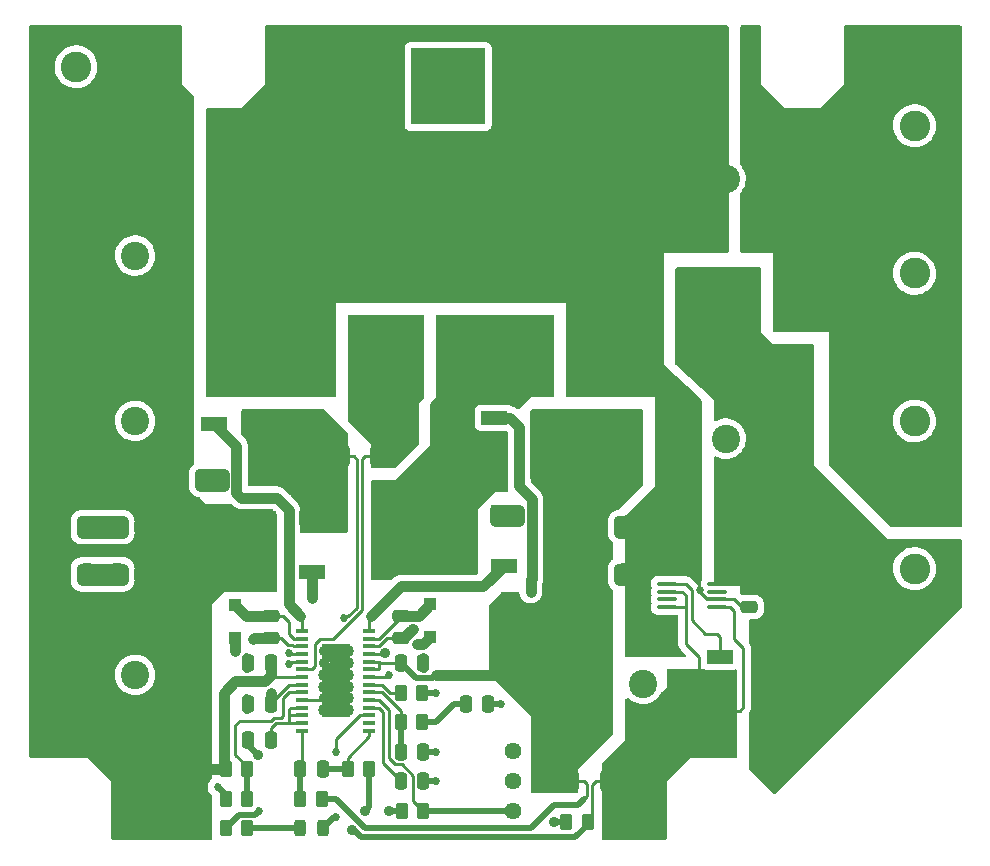
<source format=gtl>
G04 #@! TF.GenerationSoftware,KiCad,Pcbnew,6.0.9-8da3e8f707~116~ubuntu20.04.1*
G04 #@! TF.CreationDate,2022-11-21T15:45:11-05:00*
G04 #@! TF.ProjectId,buck_boost,6275636b-5f62-46f6-9f73-742e6b696361,rev?*
G04 #@! TF.SameCoordinates,Original*
G04 #@! TF.FileFunction,Copper,L1,Top*
G04 #@! TF.FilePolarity,Positive*
%FSLAX46Y46*%
G04 Gerber Fmt 4.6, Leading zero omitted, Abs format (unit mm)*
G04 Created by KiCad (PCBNEW 6.0.9-8da3e8f707~116~ubuntu20.04.1) date 2022-11-21 15:45:11*
%MOMM*%
%LPD*%
G01*
G04 APERTURE LIST*
G04 Aperture macros list*
%AMRoundRect*
0 Rectangle with rounded corners*
0 $1 Rounding radius*
0 $2 $3 $4 $5 $6 $7 $8 $9 X,Y pos of 4 corners*
0 Add a 4 corners polygon primitive as box body*
4,1,4,$2,$3,$4,$5,$6,$7,$8,$9,$2,$3,0*
0 Add four circle primitives for the rounded corners*
1,1,$1+$1,$2,$3*
1,1,$1+$1,$4,$5*
1,1,$1+$1,$6,$7*
1,1,$1+$1,$8,$9*
0 Add four rect primitives between the rounded corners*
20,1,$1+$1,$2,$3,$4,$5,0*
20,1,$1+$1,$4,$5,$6,$7,0*
20,1,$1+$1,$6,$7,$8,$9,0*
20,1,$1+$1,$8,$9,$2,$3,0*%
G04 Aperture macros list end*
G04 #@! TA.AperFunction,SMDPad,CuDef*
%ADD10RoundRect,0.249999X-0.325001X-0.650001X0.325001X-0.650001X0.325001X0.650001X-0.325001X0.650001X0*%
G04 #@! TD*
G04 #@! TA.AperFunction,SMDPad,CuDef*
%ADD11RoundRect,0.249999X0.325001X0.650001X-0.325001X0.650001X-0.325001X-0.650001X0.325001X-0.650001X0*%
G04 #@! TD*
G04 #@! TA.AperFunction,SMDPad,CuDef*
%ADD12RoundRect,0.250000X-0.250000X-0.475000X0.250000X-0.475000X0.250000X0.475000X-0.250000X0.475000X0*%
G04 #@! TD*
G04 #@! TA.AperFunction,SMDPad,CuDef*
%ADD13RoundRect,0.250000X0.475000X-0.250000X0.475000X0.250000X-0.475000X0.250000X-0.475000X-0.250000X0*%
G04 #@! TD*
G04 #@! TA.AperFunction,SMDPad,CuDef*
%ADD14RoundRect,0.250000X0.250000X0.475000X-0.250000X0.475000X-0.250000X-0.475000X0.250000X-0.475000X0*%
G04 #@! TD*
G04 #@! TA.AperFunction,SMDPad,CuDef*
%ADD15RoundRect,0.243750X0.243750X0.456250X-0.243750X0.456250X-0.243750X-0.456250X0.243750X-0.456250X0*%
G04 #@! TD*
G04 #@! TA.AperFunction,ComponentPad*
%ADD16C,2.600000*%
G04 #@! TD*
G04 #@! TA.AperFunction,SMDPad,CuDef*
%ADD17RoundRect,0.249998X-0.262502X-0.450002X0.262502X-0.450002X0.262502X0.450002X-0.262502X0.450002X0*%
G04 #@! TD*
G04 #@! TA.AperFunction,SMDPad,CuDef*
%ADD18RoundRect,0.249998X0.262502X0.450002X-0.262502X0.450002X-0.262502X-0.450002X0.262502X-0.450002X0*%
G04 #@! TD*
G04 #@! TA.AperFunction,SMDPad,CuDef*
%ADD19RoundRect,0.249998X0.312502X0.625002X-0.312502X0.625002X-0.312502X-0.625002X0.312502X-0.625002X0*%
G04 #@! TD*
G04 #@! TA.AperFunction,ComponentPad*
%ADD20C,1.800000*%
G04 #@! TD*
G04 #@! TA.AperFunction,ComponentPad*
%ADD21R,2.400000X2.400000*%
G04 #@! TD*
G04 #@! TA.AperFunction,ComponentPad*
%ADD22C,2.400000*%
G04 #@! TD*
G04 #@! TA.AperFunction,SMDPad,CuDef*
%ADD23R,2.200000X1.200000*%
G04 #@! TD*
G04 #@! TA.AperFunction,SMDPad,CuDef*
%ADD24R,6.400000X5.800000*%
G04 #@! TD*
G04 #@! TA.AperFunction,SMDPad,CuDef*
%ADD25RoundRect,0.249998X-0.312502X-0.625002X0.312502X-0.625002X0.312502X0.625002X-0.312502X0.625002X0*%
G04 #@! TD*
G04 #@! TA.AperFunction,SMDPad,CuDef*
%ADD26RoundRect,0.250000X-0.475000X0.250000X-0.475000X-0.250000X0.475000X-0.250000X0.475000X0.250000X0*%
G04 #@! TD*
G04 #@! TA.AperFunction,SMDPad,CuDef*
%ADD27RoundRect,0.100000X-0.712500X-0.100000X0.712500X-0.100000X0.712500X0.100000X-0.712500X0.100000X0*%
G04 #@! TD*
G04 #@! TA.AperFunction,SMDPad,CuDef*
%ADD28R,1.100000X1.100000*%
G04 #@! TD*
G04 #@! TA.AperFunction,SMDPad,CuDef*
%ADD29R,1.100000X0.400000*%
G04 #@! TD*
G04 #@! TA.AperFunction,SMDPad,CuDef*
%ADD30R,1.200000X1.542500*%
G04 #@! TD*
G04 #@! TA.AperFunction,ComponentPad*
%ADD31C,1.440000*%
G04 #@! TD*
G04 #@! TA.AperFunction,SMDPad,CuDef*
%ADD32R,6.350000X6.500000*%
G04 #@! TD*
G04 #@! TA.AperFunction,SMDPad,CuDef*
%ADD33R,5.330000X5.590000*%
G04 #@! TD*
G04 #@! TA.AperFunction,SMDPad,CuDef*
%ADD34R,4.000000X1.650000*%
G04 #@! TD*
G04 #@! TA.AperFunction,ViaPad*
%ADD35C,1.016000*%
G04 #@! TD*
G04 #@! TA.AperFunction,ViaPad*
%ADD36C,0.889000*%
G04 #@! TD*
G04 #@! TA.AperFunction,ViaPad*
%ADD37C,0.685800*%
G04 #@! TD*
G04 #@! TA.AperFunction,Conductor*
%ADD38C,0.508000*%
G04 #@! TD*
G04 #@! TA.AperFunction,Conductor*
%ADD39C,0.254000*%
G04 #@! TD*
G04 #@! TA.AperFunction,Conductor*
%ADD40C,0.889000*%
G04 #@! TD*
G04 #@! TA.AperFunction,Conductor*
%ADD41C,1.270000*%
G04 #@! TD*
G04 APERTURE END LIST*
D10*
X33000000Y-63000000D03*
X35950000Y-63000000D03*
D11*
X30450000Y-67000000D03*
X27500000Y-67000000D03*
D12*
X57000000Y-82000000D03*
X58900000Y-82000000D03*
D13*
X57000000Y-72400000D03*
X57000000Y-70500000D03*
D12*
X57000000Y-74500000D03*
X58900000Y-74500000D03*
D10*
X76500000Y-54500000D03*
X79450000Y-54500000D03*
X73000000Y-63000000D03*
X75950000Y-63000000D03*
X73000000Y-67000000D03*
X75950000Y-67000000D03*
X76500000Y-58500000D03*
X79450000Y-58500000D03*
D14*
X50400000Y-83500000D03*
X48500000Y-83500000D03*
D15*
X50375000Y-88500000D03*
X48500000Y-88500000D03*
D16*
X29500000Y-24000000D03*
X29500000Y-29000000D03*
X100500000Y-29000000D03*
X100500000Y-24000000D03*
X100500000Y-41500000D03*
X100500000Y-36500000D03*
X100500000Y-66500000D03*
X100500000Y-61500000D03*
X100500000Y-54000000D03*
X100500000Y-49000000D03*
D17*
X42175000Y-83500000D03*
X44000000Y-83500000D03*
D18*
X44000000Y-86000000D03*
X42175000Y-86000000D03*
D17*
X57000000Y-79500000D03*
X58825000Y-79500000D03*
X57000000Y-77000000D03*
X58825000Y-77000000D03*
D19*
X74462500Y-84500000D03*
X71537500Y-84500000D03*
D17*
X52500000Y-83500000D03*
X54325000Y-83500000D03*
X71000000Y-88000000D03*
X72825000Y-88000000D03*
X42175000Y-88500000D03*
X44000000Y-88500000D03*
D20*
X88000000Y-65320000D03*
X80500000Y-63686670D03*
D10*
X33000000Y-67000000D03*
X35950000Y-67000000D03*
D17*
X48500000Y-86000000D03*
X50325000Y-86000000D03*
D21*
X29500000Y-54000000D03*
D22*
X34500000Y-54000000D03*
D21*
X29500000Y-75500000D03*
D22*
X34500000Y-75500000D03*
D23*
X64875000Y-53720000D03*
D24*
X71175000Y-56000000D03*
D23*
X64875000Y-58280000D03*
D21*
X89500000Y-55500000D03*
D22*
X84500000Y-55500000D03*
D21*
X89500000Y-33500000D03*
D22*
X84500000Y-33500000D03*
D23*
X84050000Y-73970000D03*
D24*
X90350000Y-76250000D03*
D23*
X84050000Y-78530000D03*
D25*
X84500000Y-81250000D03*
X87425000Y-81250000D03*
D26*
X86500000Y-67850000D03*
X86500000Y-69750000D03*
D27*
X79525000Y-67800000D03*
X79525000Y-68450000D03*
X79525000Y-69100000D03*
X79525000Y-69750000D03*
X83750000Y-69750000D03*
X83750000Y-69100000D03*
X83750000Y-68450000D03*
X83750000Y-67800000D03*
D23*
X65700000Y-66280000D03*
D24*
X59400000Y-64000000D03*
D23*
X65700000Y-61720000D03*
D14*
X46000000Y-81000000D03*
X44100000Y-81000000D03*
D13*
X46000000Y-72400000D03*
X46000000Y-70500000D03*
D28*
X43000000Y-69600000D03*
X43000000Y-72400000D03*
D14*
X46000000Y-78000000D03*
X44100000Y-78000000D03*
X46000000Y-74500000D03*
X44100000Y-74500000D03*
D28*
X59500000Y-69500000D03*
X59500000Y-72300000D03*
D29*
X48650000Y-71775000D03*
X48650000Y-72425000D03*
X48650000Y-73075000D03*
X48650000Y-73725000D03*
X48650000Y-74375000D03*
X48650000Y-75025000D03*
X48650000Y-75675000D03*
X48650000Y-76325000D03*
X48650000Y-76975000D03*
X48650000Y-77625000D03*
X48650000Y-78275000D03*
X48650000Y-78925000D03*
X48650000Y-79575000D03*
X48650000Y-80225000D03*
X54350000Y-80225000D03*
X54350000Y-79575000D03*
X54350000Y-78925000D03*
X54350000Y-78275000D03*
X54350000Y-77625000D03*
X54350000Y-76975000D03*
X54350000Y-76325000D03*
X54350000Y-75675000D03*
X54350000Y-75025000D03*
X54350000Y-74375000D03*
X54350000Y-73725000D03*
X54350000Y-73075000D03*
X54350000Y-72425000D03*
X54350000Y-71775000D03*
D30*
X52100000Y-78313750D03*
X52100000Y-75228750D03*
X52100000Y-76771250D03*
X52100000Y-73686250D03*
X50900000Y-78313750D03*
X50900000Y-73686250D03*
X50900000Y-76771250D03*
X50900000Y-75228750D03*
D21*
X72500000Y-76250000D03*
D22*
X77500000Y-76250000D03*
D23*
X41200000Y-54245000D03*
D24*
X47500000Y-56525000D03*
D23*
X41200000Y-58805000D03*
D12*
X57000000Y-84500000D03*
X58900000Y-84500000D03*
D23*
X49500000Y-66780000D03*
D24*
X43200000Y-64500000D03*
D23*
X49500000Y-62220000D03*
D21*
X29500000Y-40000000D03*
D22*
X34500000Y-40000000D03*
D17*
X57087500Y-87000000D03*
X58912500Y-87000000D03*
D12*
X62500000Y-78000000D03*
X64400000Y-78000000D03*
D31*
X66500000Y-87000000D03*
X66500000Y-84460000D03*
X66500000Y-81920000D03*
D11*
X30500000Y-63000000D03*
X27550000Y-63000000D03*
D32*
X61000000Y-25670000D03*
D33*
X55925000Y-48355000D03*
X66075000Y-48355000D03*
D25*
X52075000Y-57000000D03*
X55000000Y-57000000D03*
D34*
X82400000Y-43425000D03*
X90600000Y-45575000D03*
D35*
X51500000Y-77500000D03*
X51500000Y-74500000D03*
X52500000Y-78500000D03*
D36*
X44911000Y-82250000D03*
D35*
X51500000Y-75500000D03*
D37*
X65500000Y-78000000D03*
D35*
X50500000Y-75500000D03*
D37*
X60000000Y-77000000D03*
D36*
X56000000Y-87000000D03*
D35*
X52500000Y-77500000D03*
D36*
X50500000Y-77500000D03*
D35*
X51500000Y-76500000D03*
X50500000Y-78500000D03*
D36*
X50500000Y-74500000D03*
D35*
X52500000Y-74500000D03*
X52500000Y-76500000D03*
D37*
X60000000Y-82000000D03*
D35*
X50500000Y-76500000D03*
X52500000Y-75500000D03*
D37*
X60000000Y-84500000D03*
D36*
X50500000Y-73500000D03*
D35*
X51500000Y-78500000D03*
X52500000Y-73500000D03*
D37*
X41500000Y-85000000D03*
D35*
X51500000Y-73500000D03*
D36*
X42500000Y-65500000D03*
X45500000Y-67000000D03*
X42500000Y-67000000D03*
X45500000Y-65500000D03*
X44000000Y-65500000D03*
X44000000Y-67000000D03*
X42500000Y-62500000D03*
X44000000Y-64000000D03*
X41000000Y-67000000D03*
X42500000Y-64000000D03*
X41000000Y-62500000D03*
X41000000Y-64000000D03*
X45500000Y-64000000D03*
X41000000Y-65500000D03*
X44000000Y-62500000D03*
X45500000Y-62500000D03*
X45000000Y-56000000D03*
X48000000Y-59000000D03*
D37*
X51500000Y-62500000D03*
D36*
X46500000Y-57500000D03*
X46500000Y-59000000D03*
X48000000Y-54500000D03*
X45000000Y-59000000D03*
D37*
X47500000Y-74601597D03*
D36*
X49500000Y-56000000D03*
X49500000Y-57500000D03*
D37*
X52151309Y-70651309D03*
D36*
X45000000Y-54500000D03*
X46500000Y-54500000D03*
X49500000Y-54500000D03*
X48000000Y-57500000D03*
X46500000Y-56000000D03*
X45000000Y-57500000D03*
X48000000Y-56000000D03*
D37*
X44500000Y-72500000D03*
X51500000Y-61500000D03*
D36*
X49500000Y-59000000D03*
X60000000Y-66500000D03*
X60000000Y-65000000D03*
X60000000Y-62000000D03*
X61500000Y-63500000D03*
X57000000Y-66500000D03*
X57000000Y-62000000D03*
X58000000Y-71589000D03*
X60000000Y-63500000D03*
X58500000Y-63500000D03*
X57000000Y-65000000D03*
X58500000Y-65000000D03*
X58500000Y-66500000D03*
X58500000Y-62000000D03*
X61500000Y-62000000D03*
X61500000Y-65000000D03*
X57000000Y-63500000D03*
X61500000Y-66500000D03*
D37*
X58350678Y-72884282D03*
X56000000Y-75500000D03*
X43000000Y-73500000D03*
X46000000Y-77000000D03*
X45000000Y-87000000D03*
D36*
X68500000Y-57000000D03*
X73000000Y-55500000D03*
X68500000Y-55500000D03*
X70000000Y-57000000D03*
X71500000Y-55500000D03*
X70000000Y-58500000D03*
X68500000Y-54000000D03*
X70000000Y-54000000D03*
X73000000Y-58500000D03*
X71500000Y-58500000D03*
X73000000Y-57000000D03*
X71500000Y-54000000D03*
X71500000Y-57000000D03*
X70000000Y-55500000D03*
X68500000Y-58500000D03*
X73000000Y-54000000D03*
D37*
X51500000Y-87500000D03*
X51500000Y-82000000D03*
D36*
X54000000Y-87000000D03*
X52864664Y-88635336D03*
D37*
X47500000Y-73614197D03*
X49500000Y-68000000D03*
X49500000Y-69000000D03*
D36*
X68000000Y-67500000D03*
X55641726Y-73666214D03*
X68000000Y-68500000D03*
X70000000Y-88000000D03*
X30000000Y-62500000D03*
X79000000Y-54000000D03*
X65000000Y-61500000D03*
D37*
X44000000Y-75000000D03*
D36*
X75500000Y-67500000D03*
X32500000Y-62500000D03*
X42000000Y-58500000D03*
X79000000Y-59000000D03*
X75500000Y-63500000D03*
X80000000Y-55000000D03*
X79000000Y-58000000D03*
X40000000Y-59500000D03*
X30000000Y-63500000D03*
D37*
X44000000Y-77500000D03*
D36*
X30000000Y-66500000D03*
X80000000Y-59000000D03*
X67000000Y-62500000D03*
X42000000Y-59500000D03*
X41000000Y-58500000D03*
X80000000Y-54000000D03*
X65000000Y-62500000D03*
X79000000Y-55000000D03*
X32500000Y-63500000D03*
X33500000Y-62500000D03*
X76500000Y-67500000D03*
D37*
X44000000Y-78500000D03*
D36*
X40000000Y-58500000D03*
X31000000Y-63500000D03*
D37*
X59000000Y-75000000D03*
X59000000Y-74000000D03*
D36*
X33500000Y-67500000D03*
X76500000Y-66500000D03*
X76500000Y-62500000D03*
X41000000Y-59500000D03*
D37*
X44000000Y-74000000D03*
D36*
X76500000Y-63500000D03*
X32500000Y-66500000D03*
X32500000Y-67500000D03*
X75500000Y-62500000D03*
X33500000Y-63500000D03*
X33500000Y-66500000D03*
X31000000Y-67500000D03*
X31000000Y-66500000D03*
X67000000Y-61500000D03*
X66000000Y-62500000D03*
X30000000Y-67500000D03*
D37*
X82307400Y-68275000D03*
D36*
X31000000Y-62500000D03*
X66000000Y-61500000D03*
X75500000Y-66500000D03*
X80000000Y-58000000D03*
D38*
X58900000Y-84500000D02*
X60000000Y-84500000D01*
X44100000Y-81000000D02*
X44100000Y-81439000D01*
X42175000Y-85675000D02*
X41500000Y-85000000D01*
X58825000Y-77000000D02*
X60000000Y-77000000D01*
X64400000Y-78000000D02*
X65500000Y-78000000D01*
X44100000Y-81439000D02*
X44911000Y-82250000D01*
D39*
X48650000Y-77625000D02*
X50375000Y-77625000D01*
D38*
X57087500Y-87000000D02*
X56000000Y-87000000D01*
D39*
X50375000Y-77625000D02*
X50500000Y-77500000D01*
D38*
X42175000Y-86000000D02*
X42175000Y-85675000D01*
X58900000Y-82000000D02*
X60000000Y-82000000D01*
D40*
X43200000Y-64500000D02*
X43200000Y-63300000D01*
X43200000Y-66300000D02*
X42500000Y-67000000D01*
X42000000Y-77000000D02*
X42000000Y-83325000D01*
X42000000Y-64500000D02*
X41000000Y-65500000D01*
X46000000Y-75500000D02*
X45500000Y-76000000D01*
X43200000Y-64800000D02*
X41000000Y-67000000D01*
X45000000Y-64500000D02*
X45500000Y-64000000D01*
D39*
X46175000Y-75675000D02*
X46000000Y-75500000D01*
D40*
X45500000Y-76000000D02*
X43000000Y-76000000D01*
X43200000Y-64500000D02*
X45000000Y-64500000D01*
X43200000Y-64500000D02*
X42000000Y-64500000D01*
X43200000Y-64500000D02*
X44500000Y-64500000D01*
X43200000Y-64500000D02*
X43200000Y-66300000D01*
X43200000Y-64700000D02*
X44000000Y-65500000D01*
X43200000Y-64800000D02*
X42500000Y-65500000D01*
X44500000Y-64500000D02*
X45500000Y-65500000D01*
X42500000Y-64000000D02*
X41000000Y-62500000D01*
X46000000Y-74500000D02*
X46000000Y-75500000D01*
X43200000Y-64500000D02*
X43200000Y-66200000D01*
X43200000Y-66200000D02*
X44000000Y-67000000D01*
X43000000Y-64500000D02*
X42500000Y-64000000D01*
X43200000Y-64500000D02*
X43500000Y-64500000D01*
X43200000Y-63300000D02*
X44000000Y-62500000D01*
X41500000Y-64500000D02*
X41000000Y-64000000D01*
X42000000Y-83325000D02*
X42175000Y-83500000D01*
X42175000Y-83500000D02*
X40000000Y-83500000D01*
X43200000Y-64500000D02*
X41500000Y-64500000D01*
X43500000Y-64500000D02*
X44000000Y-64000000D01*
X43200000Y-64700000D02*
X45500000Y-67000000D01*
D39*
X48650000Y-75675000D02*
X46175000Y-75675000D01*
D40*
X43200000Y-63200000D02*
X42500000Y-62500000D01*
X43000000Y-76000000D02*
X42000000Y-77000000D01*
X44000000Y-64000000D02*
X45500000Y-62500000D01*
X43200000Y-64500000D02*
X43200000Y-63200000D01*
X43200000Y-64500000D02*
X43000000Y-64500000D01*
X43200000Y-64500000D02*
X43200000Y-64800000D01*
X43200000Y-64500000D02*
X43200000Y-64700000D01*
D39*
X86450000Y-67800000D02*
X86500000Y-67850000D01*
X83750000Y-67800000D02*
X86450000Y-67800000D01*
X46425000Y-79575000D02*
X46000000Y-80000000D01*
X47725000Y-78275000D02*
X47575000Y-78425000D01*
X47575000Y-78925000D02*
X47575000Y-79575000D01*
X48650000Y-79575000D02*
X47575000Y-79575000D01*
X47575000Y-78425000D02*
X47575000Y-78925000D01*
X48650000Y-78275000D02*
X47725000Y-78275000D01*
X46000000Y-81000000D02*
X46000000Y-80000000D01*
X48650000Y-78925000D02*
X47575000Y-78925000D01*
X47575000Y-79575000D02*
X46425000Y-79575000D01*
X47500000Y-71000000D02*
X47500000Y-72000000D01*
D40*
X43900000Y-70500000D02*
X43000000Y-69600000D01*
D39*
X47925000Y-72425000D02*
X48650000Y-72425000D01*
X46000000Y-70500000D02*
X47000000Y-70500000D01*
X47500000Y-72000000D02*
X47925000Y-72425000D01*
D40*
X46000000Y-70500000D02*
X43900000Y-70500000D01*
D39*
X47000000Y-70500000D02*
X47500000Y-71000000D01*
X53295990Y-69811944D02*
X53295990Y-57295990D01*
X47821553Y-72944296D02*
X47444296Y-72944296D01*
D41*
X49500000Y-62220000D02*
X50220000Y-62220000D01*
D39*
X48650000Y-74375000D02*
X47726597Y-74375000D01*
X53000000Y-57000000D02*
X52075000Y-57000000D01*
D40*
X46000000Y-72400000D02*
X44600000Y-72400000D01*
D39*
X47444296Y-72944296D02*
X46900000Y-72400000D01*
X48650000Y-73075000D02*
X47952257Y-73075000D01*
X46900000Y-72400000D02*
X46000000Y-72400000D01*
X47952257Y-73075000D02*
X47821553Y-72944296D01*
D40*
X49500000Y-62220000D02*
X51220000Y-62220000D01*
D39*
X53295990Y-57295990D02*
X53000000Y-57000000D01*
X52248651Y-70553967D02*
X52151309Y-70651309D01*
D40*
X51220000Y-62220000D02*
X51500000Y-62500000D01*
D39*
X47726597Y-74375000D02*
X47500000Y-74601597D01*
D40*
X44600000Y-72400000D02*
X44500000Y-72500000D01*
D39*
X52553967Y-70553967D02*
X52248651Y-70553967D01*
X52553967Y-70553967D02*
X53295990Y-69811944D01*
X55500000Y-83000000D02*
X57000000Y-84500000D01*
X55500000Y-78621000D02*
X55500000Y-83000000D01*
X54350000Y-78275000D02*
X55154000Y-78275000D01*
X55154000Y-78275000D02*
X55500000Y-78621000D01*
D38*
X61500000Y-78000000D02*
X60000000Y-79500000D01*
X60000000Y-79500000D02*
X58825000Y-79500000D01*
X62500000Y-78000000D02*
X61500000Y-78000000D01*
D39*
X55446482Y-76975000D02*
X54350000Y-76975000D01*
D38*
X57000000Y-79500000D02*
X57000000Y-82000000D01*
D39*
X57000000Y-79500000D02*
X57000000Y-78528518D01*
X57000000Y-78528518D02*
X55446482Y-76975000D01*
X55154000Y-72425000D02*
X57000000Y-70579000D01*
D40*
X57000000Y-70500000D02*
X58500000Y-70500000D01*
X58500000Y-70500000D02*
X59500000Y-69500000D01*
D39*
X54350000Y-72425000D02*
X55154000Y-72425000D01*
X57000000Y-70579000D02*
X57000000Y-70500000D01*
D40*
X57500000Y-64000000D02*
X57000000Y-63500000D01*
X59400000Y-64100000D02*
X58500000Y-65000000D01*
X59400000Y-65900000D02*
X60000000Y-66500000D01*
D39*
X55146067Y-73074999D02*
X55821066Y-72400000D01*
D40*
X60500000Y-64000000D02*
X61500000Y-65000000D01*
D39*
X55821066Y-72400000D02*
X57000000Y-72400000D01*
D40*
X59400000Y-64000000D02*
X59400000Y-62600000D01*
X59400000Y-64000000D02*
X59400000Y-65600000D01*
X59400000Y-65600000D02*
X58500000Y-66500000D01*
X59400000Y-64000000D02*
X59400000Y-64100000D01*
X59400000Y-64000000D02*
X59000000Y-64000000D01*
X58500000Y-63500000D02*
X57000000Y-62000000D01*
X59400000Y-64000000D02*
X59500000Y-64000000D01*
X59400000Y-64400000D02*
X60000000Y-65000000D01*
X60000000Y-63500000D02*
X61500000Y-62000000D01*
X59400000Y-62900000D02*
X58500000Y-62000000D01*
X59500000Y-64000000D02*
X60000000Y-63500000D01*
X59400000Y-62600000D02*
X60000000Y-62000000D01*
D39*
X54350000Y-73075000D02*
X55146067Y-73074999D01*
D40*
X59400000Y-64000000D02*
X59400000Y-65900000D01*
X59400000Y-64000000D02*
X59400000Y-64400000D01*
X59400000Y-64000000D02*
X61000000Y-64000000D01*
X59400000Y-64000000D02*
X59400000Y-62900000D01*
X59400000Y-64100000D02*
X57000000Y-66500000D01*
X61000000Y-64000000D02*
X61500000Y-63500000D01*
X59400000Y-64000000D02*
X58000000Y-64000000D01*
X59400000Y-64000000D02*
X57500000Y-64000000D01*
X58000000Y-64000000D02*
X57000000Y-65000000D01*
X59400000Y-64400000D02*
X61500000Y-66500000D01*
X59400000Y-64000000D02*
X60500000Y-64000000D01*
X57189000Y-72400000D02*
X58000000Y-71589000D01*
X59000000Y-64000000D02*
X58500000Y-63500000D01*
X57000000Y-72400000D02*
X57189000Y-72400000D01*
X46000000Y-78000000D02*
X46000000Y-77000000D01*
X58350678Y-72884282D02*
X58915718Y-72884282D01*
D38*
X45000000Y-87000000D02*
X44654010Y-87345990D01*
D39*
X48650000Y-76325000D02*
X47532933Y-76325000D01*
X54350000Y-75675000D02*
X55825000Y-75675000D01*
X47532933Y-76325000D02*
X46000000Y-77857933D01*
X46000000Y-77857933D02*
X46000000Y-78000000D01*
D40*
X43000000Y-73500000D02*
X43000000Y-72400000D01*
D38*
X43329010Y-87345990D02*
X42175000Y-88500000D01*
X44654010Y-87345990D02*
X43329010Y-87345990D01*
D40*
X58915718Y-72884282D02*
X59500000Y-72300000D01*
D39*
X55825000Y-75675000D02*
X56000000Y-75500000D01*
X72500000Y-84500000D02*
X72750000Y-84750000D01*
X55250000Y-74500000D02*
X55187715Y-74437715D01*
X55125000Y-74375000D02*
X55187715Y-74437715D01*
X72750000Y-85250000D02*
X72750000Y-85750000D01*
X54350000Y-74375000D02*
X55125000Y-74375000D01*
X72750000Y-85750000D02*
X72500000Y-86000000D01*
D38*
X59703099Y-75796901D02*
X60000000Y-75500000D01*
X51500000Y-86000000D02*
X50325000Y-86000000D01*
D39*
X54350000Y-75025000D02*
X55150430Y-75025000D01*
X57000000Y-74500000D02*
X55250000Y-74500000D01*
D40*
X72500000Y-75500000D02*
X60000000Y-75500000D01*
D39*
X55187715Y-74437715D02*
X55187715Y-74987715D01*
X72750000Y-84750000D02*
X72750000Y-85250000D01*
D38*
X72000000Y-86500000D02*
X72500000Y-86000000D01*
D39*
X71537500Y-84500000D02*
X72500000Y-84500000D01*
D38*
X53958010Y-88458010D02*
X68041990Y-88458010D01*
X58296901Y-75796901D02*
X59703099Y-75796901D01*
D39*
X55150430Y-75025000D02*
X55187715Y-74987715D01*
D38*
X68500000Y-88000000D02*
X70000000Y-86500000D01*
X68041990Y-88458010D02*
X68500000Y-88000000D01*
X72203099Y-75796901D02*
X72500000Y-75500000D01*
X57000000Y-74500000D02*
X58296901Y-75796901D01*
X72500000Y-75500000D02*
X72500000Y-76750000D01*
X53958010Y-88458010D02*
X51500000Y-86000000D01*
X70000000Y-86500000D02*
X72000000Y-86500000D01*
X48500000Y-83500000D02*
X48500000Y-86000000D01*
D39*
X48650000Y-83350000D02*
X48500000Y-83500000D01*
X48650000Y-80225000D02*
X48650000Y-83350000D01*
X52500000Y-82500000D02*
X52500000Y-83500000D01*
X52500000Y-82500000D02*
X54350000Y-80650000D01*
D38*
X50400000Y-83500000D02*
X52500000Y-83500000D01*
D39*
X54350000Y-80650000D02*
X54350000Y-80225000D01*
D38*
X48500000Y-88500000D02*
X44000000Y-88500000D01*
D39*
X53546000Y-78925000D02*
X51500000Y-80971000D01*
D38*
X51500000Y-87500000D02*
X51375000Y-87500000D01*
D39*
X51500000Y-80971000D02*
X51500000Y-82000000D01*
D38*
X51375000Y-87500000D02*
X50375000Y-88500000D01*
D39*
X54350000Y-78925000D02*
X53546000Y-78925000D01*
X73500000Y-84500000D02*
X73204010Y-84795990D01*
X85250000Y-72500000D02*
X86000000Y-73250000D01*
X81112500Y-69750000D02*
X81137500Y-69775000D01*
X80812500Y-68450000D02*
X81137500Y-68775000D01*
X81137500Y-69775000D02*
X81137500Y-72887500D01*
X85720000Y-78530000D02*
X84050000Y-78530000D01*
X81137500Y-72887500D02*
X82250000Y-74000000D01*
X81137500Y-68775000D02*
X81137500Y-69775000D01*
D38*
X54325000Y-86675000D02*
X54000000Y-87000000D01*
D39*
X86000000Y-78250000D02*
X85720000Y-78530000D01*
D38*
X71750000Y-89250000D02*
X60500000Y-89250000D01*
X60500000Y-89250000D02*
X53664743Y-89250000D01*
D39*
X84900000Y-69750000D02*
X85250000Y-70100000D01*
X83750000Y-69750000D02*
X84900000Y-69750000D01*
X85250000Y-70100000D02*
X85250000Y-72500000D01*
D38*
X53664743Y-89250000D02*
X53050079Y-88635336D01*
D39*
X79525000Y-68450000D02*
X80812500Y-68450000D01*
X74462500Y-84500000D02*
X73500000Y-84500000D01*
D38*
X54325000Y-83500000D02*
X54325000Y-86675000D01*
X72825000Y-88175000D02*
X71750000Y-89250000D01*
D39*
X82250000Y-76730000D02*
X84050000Y-78530000D01*
X86000000Y-73250000D02*
X86000000Y-78250000D01*
X79525000Y-69750000D02*
X81112500Y-69750000D01*
X73204010Y-84795990D02*
X73204010Y-87620990D01*
X82250000Y-74000000D02*
X82250000Y-76730000D01*
X73204010Y-87620990D02*
X72825000Y-88000000D01*
D38*
X53050079Y-88635336D02*
X52864664Y-88635336D01*
X72825000Y-88000000D02*
X72825000Y-88175000D01*
D39*
X49728499Y-72897899D02*
X49728499Y-74771501D01*
X49728499Y-72897899D02*
X50126398Y-72500000D01*
X53750000Y-57250000D02*
X54000000Y-57000000D01*
X49728499Y-74771501D02*
X49475000Y-75025000D01*
X50126398Y-72500000D02*
X51250000Y-72500000D01*
X51250000Y-72500000D02*
X53750000Y-70000000D01*
X49475000Y-75025000D02*
X48650000Y-75025000D01*
X53750000Y-70000000D02*
X53750000Y-57250000D01*
X54000000Y-57000000D02*
X55000000Y-57000000D01*
X81637500Y-70887500D02*
X82750000Y-72000000D01*
X84050000Y-72300000D02*
X84050000Y-73970000D01*
X81637500Y-68275000D02*
X81637500Y-70887500D01*
X82750000Y-72000000D02*
X83750000Y-72000000D01*
X81162500Y-67800000D02*
X81637500Y-68275000D01*
X83750000Y-72000000D02*
X84050000Y-72300000D01*
X79525000Y-67800000D02*
X81162500Y-67800000D01*
X48650000Y-73725000D02*
X47610803Y-73725000D01*
D40*
X49500000Y-68000000D02*
X49500000Y-66780000D01*
D39*
X47610803Y-73725000D02*
X47500000Y-73614197D01*
D40*
X49500000Y-69000000D02*
X49500000Y-68000000D01*
X47000000Y-61039898D02*
X47500000Y-61539898D01*
X46500000Y-60500000D02*
X47000000Y-61000000D01*
X43089010Y-60089010D02*
X43500000Y-60500000D01*
D39*
X48650000Y-71775000D02*
X48650000Y-70650000D01*
D40*
X47500000Y-69000000D02*
X47500000Y-69500000D01*
X47000000Y-61000000D02*
X47000000Y-61039898D01*
X47500000Y-61539898D02*
X47500000Y-69000000D01*
X47500000Y-69500000D02*
X48500000Y-70500000D01*
D39*
X48650000Y-70650000D02*
X48500000Y-70500000D01*
D40*
X41200000Y-54245000D02*
X43089010Y-56134010D01*
X43500000Y-60500000D02*
X46500000Y-60500000D01*
X43089010Y-56134010D02*
X43089010Y-60089010D01*
X63980000Y-68000000D02*
X57000000Y-68000000D01*
X57000000Y-68000000D02*
X54500000Y-70500000D01*
D39*
X54350000Y-70650000D02*
X54500000Y-70500000D01*
X54350000Y-71775000D02*
X54350000Y-70650000D01*
D40*
X65700000Y-66280000D02*
X63980000Y-68000000D01*
X67000000Y-54500000D02*
X67000000Y-59500000D01*
X68089010Y-67410990D02*
X68000000Y-67500000D01*
D39*
X55582940Y-73725000D02*
X55641726Y-73666214D01*
D40*
X66220000Y-53720000D02*
X67000000Y-54500000D01*
X67000000Y-59500000D02*
X68089010Y-60589010D01*
X68000000Y-67500000D02*
X68000000Y-68500000D01*
D39*
X54350000Y-73725000D02*
X55582940Y-73725000D01*
D40*
X68089010Y-60589010D02*
X68089010Y-67410990D01*
X64875000Y-53720000D02*
X66220000Y-53720000D01*
D39*
X43000000Y-79750000D02*
X43000000Y-82250000D01*
X47000000Y-77499999D02*
X47000000Y-79000000D01*
D38*
X44000000Y-86000000D02*
X44000000Y-83500000D01*
D39*
X46879010Y-79120990D02*
X46236943Y-79120990D01*
X46236943Y-79120990D02*
X45970990Y-79386943D01*
X47000000Y-79000000D02*
X46879010Y-79120990D01*
X43363057Y-79386943D02*
X43000000Y-79750000D01*
X44000000Y-83500000D02*
X44000000Y-83250000D01*
X48650000Y-76975000D02*
X47525000Y-76975000D01*
X47525000Y-76975000D02*
X47000000Y-77499999D01*
X45970990Y-79386943D02*
X43363057Y-79386943D01*
X44000000Y-83250000D02*
X43000000Y-82250000D01*
X57000000Y-77000000D02*
X56113548Y-77000000D01*
X56113548Y-77000000D02*
X55438548Y-76325000D01*
X55438548Y-76325000D02*
X54350000Y-76325000D01*
D38*
X70000000Y-88000000D02*
X71000000Y-88000000D01*
D39*
X56510992Y-83052010D02*
X57093028Y-83052010D01*
X54350000Y-77625000D02*
X55146065Y-77625000D01*
X57093028Y-83052010D02*
X58072990Y-84031972D01*
X58072990Y-86160490D02*
X58912500Y-87000000D01*
X58072990Y-84031972D02*
X58072990Y-86160490D01*
X55146065Y-77625000D02*
X56000000Y-78478935D01*
X56000000Y-82541018D02*
X56510992Y-83052010D01*
X56000000Y-78478935D02*
X56000000Y-82541018D01*
D38*
X66500000Y-87000000D02*
X58912500Y-87000000D01*
D40*
X67000000Y-61500000D02*
X66000000Y-61500000D01*
X42000000Y-59500000D02*
X40000000Y-59500000D01*
D39*
X82307400Y-68469900D02*
X82307400Y-68275000D01*
D40*
X76000000Y-63000000D02*
X76500000Y-62500000D01*
X75500000Y-66500000D02*
X76500000Y-66500000D01*
X30000000Y-63500000D02*
X33500000Y-63500000D01*
X30000000Y-62500000D02*
X33500000Y-62500000D01*
X76000000Y-63000000D02*
X76500000Y-63500000D01*
X67000000Y-61500000D02*
X67000000Y-62500000D01*
X75950000Y-63000000D02*
X75950000Y-63050000D01*
D39*
X85250000Y-69100000D02*
X85900000Y-69750000D01*
D40*
X76500000Y-67500000D02*
X75500000Y-67500000D01*
X42000000Y-59500000D02*
X42000000Y-58500000D01*
X30450000Y-67000000D02*
X32000000Y-67000000D01*
X75950000Y-63000000D02*
X76000000Y-63000000D01*
X76500000Y-66500000D02*
X76500000Y-67500000D01*
X79000000Y-54000000D02*
X80000000Y-54000000D01*
D39*
X82937500Y-69100000D02*
X82307400Y-68469900D01*
D40*
X79450000Y-54550000D02*
X79000000Y-55000000D01*
X67000000Y-62500000D02*
X66000000Y-62500000D01*
X80000000Y-54000000D02*
X80000000Y-55000000D01*
X79450000Y-54500000D02*
X79450000Y-54450000D01*
X79450000Y-54500000D02*
X79450000Y-54550000D01*
X30000000Y-67500000D02*
X30000000Y-66500000D01*
X79450000Y-54450000D02*
X79000000Y-54000000D01*
X66000000Y-62500000D02*
X65000000Y-62500000D01*
X33500000Y-63500000D02*
X33500000Y-62500000D01*
X75500000Y-62500000D02*
X76500000Y-62500000D01*
D39*
X83750000Y-69100000D02*
X82937500Y-69100000D01*
X83750000Y-69100000D02*
X85250000Y-69100000D01*
D40*
X79450000Y-58550000D02*
X79000000Y-59000000D01*
X66000000Y-61500000D02*
X65000000Y-61500000D01*
X32000000Y-67000000D02*
X32500000Y-67500000D01*
X33500000Y-66500000D02*
X33500000Y-67500000D01*
X79000000Y-58000000D02*
X80000000Y-58000000D01*
X33500000Y-67500000D02*
X30000000Y-67500000D01*
X31000000Y-62500000D02*
X31500000Y-62500000D01*
X31000000Y-63500000D02*
X31500000Y-63000000D01*
X31500000Y-63000000D02*
X31500000Y-62500000D01*
X40000000Y-58500000D02*
X42000000Y-58500000D01*
X79000000Y-55000000D02*
X80000000Y-55000000D01*
X79450000Y-58500000D02*
X79450000Y-58550000D01*
X75500000Y-67500000D02*
X75500000Y-66500000D01*
X80000000Y-58000000D02*
X80000000Y-59000000D01*
D39*
X85900000Y-69750000D02*
X86500000Y-69750000D01*
D40*
X76500000Y-62500000D02*
X76500000Y-63500000D01*
X79450000Y-54500000D02*
X79500000Y-54500000D01*
X31500000Y-62500000D02*
X32500000Y-63500000D01*
X79000000Y-54000000D02*
X79000000Y-55000000D01*
X40000000Y-59500000D02*
X40000000Y-58500000D01*
X75500000Y-62500000D02*
X75500000Y-63500000D01*
X79000000Y-59000000D02*
X80000000Y-59000000D01*
X30000000Y-66500000D02*
X33500000Y-66500000D01*
X79500000Y-54500000D02*
X80000000Y-54000000D01*
X75950000Y-63050000D02*
X75500000Y-63500000D01*
X65000000Y-62500000D02*
X65000000Y-61500000D01*
X30000000Y-63500000D02*
X30000000Y-62500000D01*
X79000000Y-59000000D02*
X79000000Y-58000000D01*
X75500000Y-63500000D02*
X76500000Y-63500000D01*
G04 #@! TA.AperFunction,Conductor*
G36*
X84692121Y-20528502D02*
G01*
X84738614Y-20582158D01*
X84750000Y-20634500D01*
X84750000Y-39624000D01*
X84729998Y-39692121D01*
X84676342Y-39738614D01*
X84624000Y-39750000D01*
X79250000Y-39750000D01*
X79250000Y-49250000D01*
X82232283Y-52002876D01*
X82459463Y-52212581D01*
X82495952Y-52273483D01*
X82500000Y-52305166D01*
X82500000Y-67382489D01*
X82490409Y-67430707D01*
X82450413Y-67527267D01*
X82444662Y-67541150D01*
X82429000Y-67660115D01*
X82429000Y-67664237D01*
X82429001Y-67896434D01*
X82408999Y-67964555D01*
X82355344Y-68011048D01*
X82285070Y-68021153D01*
X82220489Y-67991660D01*
X82199615Y-67965835D01*
X82198820Y-67966413D01*
X82172733Y-67930507D01*
X82166216Y-67920585D01*
X82147672Y-67889228D01*
X82147670Y-67889225D01*
X82143634Y-67882401D01*
X82129247Y-67868014D01*
X82116406Y-67852980D01*
X82109102Y-67842927D01*
X82104442Y-67836513D01*
X82097313Y-67830615D01*
X82070251Y-67808228D01*
X82061471Y-67800238D01*
X81667750Y-67406517D01*
X81660174Y-67398191D01*
X81656053Y-67391697D01*
X81606234Y-67344914D01*
X81603393Y-67342160D01*
X81583594Y-67322361D01*
X81580469Y-67319937D01*
X81580460Y-67319929D01*
X81580374Y-67319863D01*
X81571349Y-67312155D01*
X81544785Y-67287210D01*
X81539006Y-67281783D01*
X81521169Y-67271977D01*
X81504653Y-67261127D01*
X81488567Y-67248650D01*
X81447834Y-67231024D01*
X81437186Y-67225807D01*
X81425558Y-67219415D01*
X81398303Y-67204431D01*
X81390628Y-67202460D01*
X81390622Y-67202458D01*
X81378589Y-67199369D01*
X81359887Y-67192966D01*
X81341208Y-67184883D01*
X81307372Y-67179524D01*
X81297373Y-67177940D01*
X81285760Y-67175535D01*
X81242782Y-67164500D01*
X81222435Y-67164500D01*
X81202724Y-67162949D01*
X81190450Y-67161005D01*
X81182621Y-67159765D01*
X81174729Y-67160511D01*
X81138444Y-67163941D01*
X81126586Y-67164500D01*
X80559839Y-67164500D01*
X80511621Y-67154909D01*
X80403979Y-67110322D01*
X80396350Y-67107162D01*
X80388162Y-67106084D01*
X80281472Y-67092038D01*
X80281471Y-67092038D01*
X80277385Y-67091500D01*
X79525092Y-67091500D01*
X78772616Y-67091501D01*
X78768531Y-67092039D01*
X78768527Y-67092039D01*
X78661837Y-67106084D01*
X78661835Y-67106084D01*
X78653650Y-67107162D01*
X78579637Y-67137819D01*
X78513252Y-67165316D01*
X78513250Y-67165317D01*
X78505624Y-67168476D01*
X78499074Y-67173502D01*
X78401141Y-67248650D01*
X78378513Y-67266013D01*
X78373487Y-67272563D01*
X78373484Y-67272566D01*
X78336595Y-67320641D01*
X78280976Y-67393125D01*
X78219662Y-67541150D01*
X78204000Y-67660115D01*
X78204001Y-67939884D01*
X78204539Y-67943969D01*
X78204539Y-67943973D01*
X78214699Y-68021153D01*
X78219662Y-68058850D01*
X78227089Y-68076780D01*
X78234679Y-68147370D01*
X78227090Y-68173218D01*
X78219662Y-68191150D01*
X78218584Y-68199338D01*
X78212115Y-68248479D01*
X78204000Y-68310115D01*
X78204001Y-68589884D01*
X78204539Y-68593969D01*
X78204539Y-68593973D01*
X78212843Y-68657052D01*
X78219662Y-68708850D01*
X78222822Y-68716478D01*
X78227089Y-68726780D01*
X78234679Y-68797370D01*
X78227090Y-68823218D01*
X78219662Y-68841150D01*
X78204000Y-68960115D01*
X78204001Y-69239884D01*
X78204539Y-69243969D01*
X78204539Y-69243973D01*
X78216136Y-69332067D01*
X78219662Y-69358850D01*
X78227089Y-69376780D01*
X78234679Y-69447370D01*
X78227090Y-69473218D01*
X78219662Y-69491150D01*
X78204000Y-69610115D01*
X78204001Y-69889884D01*
X78204539Y-69893969D01*
X78204539Y-69893973D01*
X78218470Y-69999795D01*
X78219662Y-70008850D01*
X78222822Y-70016478D01*
X78277346Y-70148112D01*
X78280976Y-70156876D01*
X78378513Y-70283987D01*
X78385063Y-70289013D01*
X78385066Y-70289016D01*
X78395087Y-70296705D01*
X78505625Y-70381524D01*
X78653650Y-70442838D01*
X78661838Y-70443916D01*
X78768521Y-70457961D01*
X78772615Y-70458500D01*
X79524908Y-70458500D01*
X80277384Y-70458499D01*
X80281468Y-70457961D01*
X80281474Y-70457961D01*
X80359555Y-70447682D01*
X80429704Y-70458622D01*
X80482802Y-70505751D01*
X80502000Y-70572604D01*
X80502000Y-72808480D01*
X80501470Y-72819714D01*
X80499792Y-72827219D01*
X80501920Y-72894929D01*
X80501938Y-72895512D01*
X80502000Y-72899469D01*
X80502000Y-72927483D01*
X80502496Y-72931408D01*
X80502496Y-72931409D01*
X80502508Y-72931504D01*
X80503441Y-72943349D01*
X80504835Y-72987705D01*
X80507047Y-72995317D01*
X80510513Y-73007248D01*
X80514523Y-73026612D01*
X80517073Y-73046799D01*
X80519989Y-73054163D01*
X80519990Y-73054168D01*
X80533407Y-73088056D01*
X80537252Y-73099285D01*
X80549631Y-73141893D01*
X80553669Y-73148720D01*
X80553670Y-73148723D01*
X80559988Y-73159406D01*
X80568688Y-73177164D01*
X80573261Y-73188715D01*
X80573265Y-73188721D01*
X80576181Y-73196088D01*
X80580839Y-73202499D01*
X80580840Y-73202501D01*
X80602264Y-73231988D01*
X80608781Y-73241910D01*
X80627326Y-73273268D01*
X80627329Y-73273272D01*
X80631366Y-73280098D01*
X80645750Y-73294482D01*
X80658591Y-73309516D01*
X80670558Y-73325987D01*
X80701694Y-73351745D01*
X80704750Y-73354273D01*
X80713531Y-73362263D01*
X81136172Y-73784905D01*
X81170197Y-73847217D01*
X81165132Y-73918033D01*
X81122585Y-73974868D01*
X81056065Y-73999679D01*
X81047076Y-74000000D01*
X76126000Y-74000000D01*
X76057879Y-73979998D01*
X76011386Y-73926342D01*
X76000000Y-73874000D01*
X76000000Y-62052190D01*
X76020002Y-61984069D01*
X76036905Y-61963095D01*
X78500000Y-59500000D01*
X78500000Y-52000000D01*
X71126000Y-52000000D01*
X71057879Y-51979998D01*
X71011386Y-51926342D01*
X71000000Y-51874000D01*
X71000000Y-44000000D01*
X51500000Y-44000000D01*
X51500000Y-51874000D01*
X51479998Y-51942121D01*
X51426342Y-51988614D01*
X51374000Y-52000000D01*
X40626000Y-52000000D01*
X40557879Y-51979998D01*
X40511386Y-51926342D01*
X40500000Y-51874000D01*
X40500000Y-28968134D01*
X57316500Y-28968134D01*
X57323255Y-29030316D01*
X57374385Y-29166705D01*
X57461739Y-29283261D01*
X57578295Y-29370615D01*
X57714684Y-29421745D01*
X57776866Y-29428500D01*
X64223134Y-29428500D01*
X64285316Y-29421745D01*
X64421705Y-29370615D01*
X64538261Y-29283261D01*
X64625615Y-29166705D01*
X64676745Y-29030316D01*
X64683500Y-28968134D01*
X64683500Y-22371866D01*
X64676745Y-22309684D01*
X64625615Y-22173295D01*
X64538261Y-22056739D01*
X64421705Y-21969385D01*
X64285316Y-21918255D01*
X64223134Y-21911500D01*
X57776866Y-21911500D01*
X57714684Y-21918255D01*
X57578295Y-21969385D01*
X57461739Y-22056739D01*
X57374385Y-22173295D01*
X57323255Y-22309684D01*
X57316500Y-22371866D01*
X57316500Y-28968134D01*
X40500000Y-28968134D01*
X40500000Y-27626000D01*
X40520002Y-27557879D01*
X40573658Y-27511386D01*
X40626000Y-27500000D01*
X43500000Y-27500000D01*
X45500000Y-25500000D01*
X45500000Y-20634500D01*
X45520002Y-20566379D01*
X45573658Y-20519886D01*
X45626000Y-20508500D01*
X84624000Y-20508500D01*
X84692121Y-20528502D01*
G37*
G04 #@! TD.AperFunction*
G04 #@! TA.AperFunction,Conductor*
G36*
X87442121Y-41020002D02*
G01*
X87488614Y-41073658D01*
X87500000Y-41126000D01*
X87500000Y-46500000D01*
X88500000Y-47500000D01*
X91874000Y-47500000D01*
X91942121Y-47520002D01*
X91988614Y-47573658D01*
X92000000Y-47626000D01*
X92000000Y-57750000D01*
X98250000Y-64000000D01*
X104365500Y-64000000D01*
X104433621Y-64020002D01*
X104480114Y-64073658D01*
X104491500Y-64126000D01*
X104491500Y-69737182D01*
X104471498Y-69805303D01*
X104454595Y-69826277D01*
X94642373Y-79638500D01*
X88709064Y-85571809D01*
X88646752Y-85605835D01*
X88575937Y-85600770D01*
X88519101Y-85558223D01*
X88498502Y-85502995D01*
X88497916Y-85502084D01*
X88500000Y-85500000D01*
X86536905Y-83536905D01*
X86502879Y-83474593D01*
X86500000Y-83447810D01*
X86500000Y-78690830D01*
X86518793Y-78626825D01*
X86518216Y-78626508D01*
X86519655Y-78623890D01*
X86528023Y-78608669D01*
X86538873Y-78592153D01*
X86551350Y-78576067D01*
X86568976Y-78535334D01*
X86574193Y-78524686D01*
X86591749Y-78492751D01*
X86595569Y-78485803D01*
X86597540Y-78478128D01*
X86597542Y-78478122D01*
X86600631Y-78466089D01*
X86607034Y-78447387D01*
X86615117Y-78428708D01*
X86622060Y-78384873D01*
X86624467Y-78373251D01*
X86635500Y-78330282D01*
X86635500Y-78309935D01*
X86637051Y-78290224D01*
X86638995Y-78277950D01*
X86640235Y-78270121D01*
X86636059Y-78225944D01*
X86635500Y-78214086D01*
X86635500Y-73329020D01*
X86636030Y-73317786D01*
X86637708Y-73310281D01*
X86635562Y-73241988D01*
X86635500Y-73238031D01*
X86635500Y-73210017D01*
X86634992Y-73205996D01*
X86634058Y-73194144D01*
X86632914Y-73157718D01*
X86632914Y-73157717D01*
X86632665Y-73149795D01*
X86626987Y-73130251D01*
X86622977Y-73110888D01*
X86621420Y-73098560D01*
X86621420Y-73098558D01*
X86620427Y-73090701D01*
X86617511Y-73083337D01*
X86617510Y-73083332D01*
X86604093Y-73049444D01*
X86600248Y-73038215D01*
X86590080Y-73003219D01*
X86587869Y-72995607D01*
X86577510Y-72978091D01*
X86568813Y-72960341D01*
X86561319Y-72941412D01*
X86535240Y-72905517D01*
X86528722Y-72895595D01*
X86517546Y-72876697D01*
X86500000Y-72812559D01*
X86500000Y-70884500D01*
X86520002Y-70816379D01*
X86573658Y-70769886D01*
X86626000Y-70758500D01*
X87025400Y-70758500D01*
X87028646Y-70758163D01*
X87028650Y-70758163D01*
X87124308Y-70748238D01*
X87124312Y-70748237D01*
X87131166Y-70747526D01*
X87137702Y-70745345D01*
X87137704Y-70745345D01*
X87291998Y-70693868D01*
X87298946Y-70691550D01*
X87449348Y-70598478D01*
X87574305Y-70473303D01*
X87583430Y-70458500D01*
X87663275Y-70328968D01*
X87663276Y-70328966D01*
X87667115Y-70322738D01*
X87722797Y-70154861D01*
X87733500Y-70050400D01*
X87733500Y-69449600D01*
X87722526Y-69343834D01*
X87687846Y-69239884D01*
X87668868Y-69183002D01*
X87666550Y-69176054D01*
X87573478Y-69025652D01*
X87448303Y-68900695D01*
X87297738Y-68807885D01*
X87181685Y-68769392D01*
X87136389Y-68754368D01*
X87136387Y-68754368D01*
X87129861Y-68752203D01*
X87123025Y-68751503D01*
X87123022Y-68751502D01*
X87079969Y-68747091D01*
X87025400Y-68741500D01*
X85974600Y-68741500D01*
X85971356Y-68741837D01*
X85971348Y-68741837D01*
X85889003Y-68750381D01*
X85819182Y-68737516D01*
X85767400Y-68688945D01*
X85750000Y-68625054D01*
X85750000Y-68000000D01*
X85023069Y-68000000D01*
X84954948Y-67979998D01*
X84923107Y-67950705D01*
X84914804Y-67939884D01*
X84896487Y-67916013D01*
X84769375Y-67818476D01*
X84621350Y-67757162D01*
X84613162Y-67756084D01*
X84506472Y-67742038D01*
X84506471Y-67742038D01*
X84502385Y-67741500D01*
X84492579Y-67741500D01*
X83625999Y-67741501D01*
X83557879Y-67721499D01*
X83511386Y-67667843D01*
X83500000Y-67615501D01*
X83500000Y-66452526D01*
X98687050Y-66452526D01*
X98699947Y-66721019D01*
X98752388Y-66984656D01*
X98843220Y-67237646D01*
X98845432Y-67241762D01*
X98845433Y-67241765D01*
X98909555Y-67361100D01*
X98970450Y-67474431D01*
X98973241Y-67478168D01*
X98973245Y-67478175D01*
X99020271Y-67541150D01*
X99131281Y-67689810D01*
X99134590Y-67693090D01*
X99134595Y-67693096D01*
X99257887Y-67815316D01*
X99322180Y-67879050D01*
X99325942Y-67881808D01*
X99325945Y-67881811D01*
X99372591Y-67916013D01*
X99538954Y-68037995D01*
X99543089Y-68040171D01*
X99543093Y-68040173D01*
X99772698Y-68160975D01*
X99776840Y-68163154D01*
X100030613Y-68251775D01*
X100035206Y-68252647D01*
X100290109Y-68301042D01*
X100290112Y-68301042D01*
X100294698Y-68301913D01*
X100422370Y-68306929D01*
X100558625Y-68312283D01*
X100558630Y-68312283D01*
X100563293Y-68312466D01*
X100667607Y-68301042D01*
X100825844Y-68283713D01*
X100825850Y-68283712D01*
X100830497Y-68283203D01*
X100835021Y-68282012D01*
X101085918Y-68215956D01*
X101085920Y-68215955D01*
X101090441Y-68214765D01*
X101094738Y-68212919D01*
X101333120Y-68110502D01*
X101333122Y-68110501D01*
X101337414Y-68108657D01*
X101545325Y-67979998D01*
X101562017Y-67969669D01*
X101562021Y-67969666D01*
X101565990Y-67967210D01*
X101771149Y-67793530D01*
X101948382Y-67591434D01*
X101985580Y-67533604D01*
X102056609Y-67423176D01*
X102093797Y-67365361D01*
X102204199Y-67120278D01*
X102241209Y-66989051D01*
X102275893Y-66866072D01*
X102275894Y-66866069D01*
X102277163Y-66861568D01*
X102295043Y-66721019D01*
X102310688Y-66598045D01*
X102310688Y-66598041D01*
X102311086Y-66594915D01*
X102313571Y-66500000D01*
X102293650Y-66231937D01*
X102234327Y-65969763D01*
X102136902Y-65719238D01*
X102003518Y-65485864D01*
X101837105Y-65274769D01*
X101641317Y-65090591D01*
X101420457Y-64937374D01*
X101416264Y-64935306D01*
X101183564Y-64820551D01*
X101183561Y-64820550D01*
X101179376Y-64818486D01*
X101131745Y-64803239D01*
X101077621Y-64785914D01*
X100923370Y-64736538D01*
X100918763Y-64735788D01*
X100918760Y-64735787D01*
X100662674Y-64694081D01*
X100662675Y-64694081D01*
X100658063Y-64693330D01*
X100527719Y-64691624D01*
X100393961Y-64689873D01*
X100393958Y-64689873D01*
X100389284Y-64689812D01*
X100122937Y-64726060D01*
X99864874Y-64801278D01*
X99620763Y-64913815D01*
X99616854Y-64916378D01*
X99399881Y-65058631D01*
X99399876Y-65058635D01*
X99395968Y-65061197D01*
X99195426Y-65240188D01*
X99023544Y-65446854D01*
X98884096Y-65676656D01*
X98780148Y-65924545D01*
X98713981Y-66185077D01*
X98687050Y-66452526D01*
X83500000Y-66452526D01*
X83500000Y-57113167D01*
X83520002Y-57045046D01*
X83573658Y-56998553D01*
X83643932Y-56988449D01*
X83684666Y-57001658D01*
X83749317Y-57035672D01*
X83798693Y-57061650D01*
X83816827Y-57071191D01*
X84056568Y-57154912D01*
X84306050Y-57202278D01*
X84426532Y-57207011D01*
X84555125Y-57212064D01*
X84555130Y-57212064D01*
X84559793Y-57212247D01*
X84658774Y-57201407D01*
X84807569Y-57185112D01*
X84807575Y-57185111D01*
X84812222Y-57184602D01*
X84840041Y-57177278D01*
X85053273Y-57121138D01*
X85057793Y-57119948D01*
X85192793Y-57061948D01*
X85286807Y-57021557D01*
X85286810Y-57021555D01*
X85291110Y-57019708D01*
X85295090Y-57017245D01*
X85295094Y-57017243D01*
X85503064Y-56888547D01*
X85503066Y-56888545D01*
X85507047Y-56886082D01*
X85700862Y-56722006D01*
X85868295Y-56531084D01*
X86005669Y-56317512D01*
X86109967Y-56085980D01*
X86178896Y-55841575D01*
X86201594Y-55663154D01*
X86210545Y-55592798D01*
X86210545Y-55592792D01*
X86210943Y-55589667D01*
X86211029Y-55586412D01*
X86212506Y-55529967D01*
X86213291Y-55500000D01*
X86194472Y-55246759D01*
X86189913Y-55226609D01*
X86149224Y-55046794D01*
X86138428Y-54999082D01*
X86046391Y-54762409D01*
X86032238Y-54737646D01*
X85922702Y-54545997D01*
X85922700Y-54545995D01*
X85920383Y-54541940D01*
X85763171Y-54342517D01*
X85578209Y-54168523D01*
X85538182Y-54140755D01*
X85373393Y-54026437D01*
X85373390Y-54026435D01*
X85369561Y-54023779D01*
X85365384Y-54021719D01*
X85365377Y-54021715D01*
X85145996Y-53913528D01*
X85145992Y-53913527D01*
X85141810Y-53911464D01*
X84899960Y-53834047D01*
X84895355Y-53833297D01*
X84653935Y-53793980D01*
X84653934Y-53793980D01*
X84649323Y-53793229D01*
X84522364Y-53791567D01*
X84400083Y-53789966D01*
X84400080Y-53789966D01*
X84395406Y-53789905D01*
X84143787Y-53824149D01*
X83899993Y-53895208D01*
X83719766Y-53978294D01*
X83678751Y-53997202D01*
X83608514Y-54007557D01*
X83543828Y-53978294D01*
X83505231Y-53918706D01*
X83500000Y-53882776D01*
X83500000Y-52250000D01*
X80290537Y-49287418D01*
X80254048Y-49226517D01*
X80250000Y-49194834D01*
X80250000Y-41126000D01*
X80270002Y-41057879D01*
X80323658Y-41011386D01*
X80376000Y-41000000D01*
X87374000Y-41000000D01*
X87442121Y-41020002D01*
G37*
G04 #@! TD.AperFunction*
G04 #@! TA.AperFunction,Conductor*
G36*
X82696379Y-75015432D02*
G01*
X82703295Y-75020615D01*
X82839684Y-75071745D01*
X82901866Y-75078500D01*
X85198134Y-75078500D01*
X85260316Y-75071745D01*
X85267712Y-75068973D01*
X85267718Y-75068971D01*
X85329771Y-75045708D01*
X85400578Y-75040525D01*
X85462947Y-75074446D01*
X85497076Y-75136702D01*
X85500000Y-75163690D01*
X85500000Y-82374000D01*
X85479998Y-82442121D01*
X85426342Y-82488614D01*
X85374000Y-82500000D01*
X81500000Y-82500000D01*
X79500000Y-84500000D01*
X79500000Y-89365500D01*
X79479998Y-89433621D01*
X79426342Y-89480114D01*
X79374000Y-89491500D01*
X74126000Y-89491500D01*
X74057879Y-89471498D01*
X74011386Y-89417842D01*
X74000000Y-89365500D01*
X74000000Y-83052190D01*
X74020002Y-82984069D01*
X74036905Y-82963095D01*
X76000000Y-81000000D01*
X76000000Y-77626000D01*
X76020002Y-77557879D01*
X76073658Y-77511386D01*
X76126000Y-77500000D01*
X76282177Y-77500000D01*
X76350298Y-77520002D01*
X76370882Y-77536516D01*
X76383984Y-77549504D01*
X76383992Y-77549511D01*
X76387307Y-77552797D01*
X76391073Y-77555559D01*
X76391075Y-77555560D01*
X76487143Y-77626000D01*
X76592094Y-77702953D01*
X76596229Y-77705129D01*
X76596233Y-77705131D01*
X76714289Y-77767243D01*
X76816827Y-77821191D01*
X77056568Y-77904912D01*
X77306050Y-77952278D01*
X77426532Y-77957011D01*
X77555125Y-77962064D01*
X77555130Y-77962064D01*
X77559793Y-77962247D01*
X77658774Y-77951407D01*
X77807569Y-77935112D01*
X77807575Y-77935111D01*
X77812222Y-77934602D01*
X77921680Y-77905784D01*
X78053273Y-77871138D01*
X78057793Y-77869948D01*
X78189737Y-77813261D01*
X78286807Y-77771557D01*
X78286810Y-77771555D01*
X78291110Y-77769708D01*
X78295090Y-77767245D01*
X78295094Y-77767243D01*
X78503064Y-77638547D01*
X78503066Y-77638545D01*
X78507047Y-77636082D01*
X78510624Y-77633054D01*
X78697289Y-77475031D01*
X78697291Y-77475029D01*
X78700862Y-77472006D01*
X78868295Y-77281084D01*
X79005669Y-77067512D01*
X79056184Y-76955372D01*
X79081971Y-76918029D01*
X79500000Y-76500000D01*
X79500000Y-75126000D01*
X79520002Y-75057879D01*
X79573658Y-75011386D01*
X79626000Y-75000000D01*
X82636056Y-75000000D01*
X82696379Y-75015432D01*
G37*
G04 #@! TD.AperFunction*
G04 #@! TA.AperFunction,Conductor*
G36*
X77442121Y-53020002D02*
G01*
X77488614Y-53073658D01*
X77500000Y-53126000D01*
X77500000Y-59447810D01*
X77479998Y-59515931D01*
X77463095Y-59536905D01*
X75486700Y-61513300D01*
X75424388Y-61547326D01*
X75416452Y-61548787D01*
X75389639Y-61552842D01*
X75382239Y-61553737D01*
X75320562Y-61559351D01*
X75316889Y-61560432D01*
X75315637Y-61560615D01*
X75313736Y-61561005D01*
X75307384Y-61561650D01*
X75301294Y-61563559D01*
X75301287Y-61563560D01*
X75294236Y-61565770D01*
X75275392Y-61570121D01*
X75261776Y-61572180D01*
X75204918Y-61593100D01*
X75197034Y-61595707D01*
X75141273Y-61612119D01*
X75135815Y-61614972D01*
X75135611Y-61615055D01*
X75130405Y-61616919D01*
X75128731Y-61617636D01*
X75122637Y-61619546D01*
X75110581Y-61626229D01*
X75093010Y-61634274D01*
X75080078Y-61639032D01*
X75074658Y-61642392D01*
X75074657Y-61642393D01*
X75031780Y-61668978D01*
X75023763Y-61673551D01*
X74975647Y-61698705D01*
X74970843Y-61702567D01*
X74965690Y-61705939D01*
X74965495Y-61705641D01*
X74964073Y-61706597D01*
X74964126Y-61706673D01*
X74958886Y-61710315D01*
X74953305Y-61713409D01*
X74948461Y-61717561D01*
X74942843Y-61722376D01*
X74927249Y-61733790D01*
X74915533Y-61741054D01*
X74910893Y-61745442D01*
X74876962Y-61777529D01*
X74869340Y-61784178D01*
X74829995Y-61815813D01*
X74826033Y-61820535D01*
X74821633Y-61824844D01*
X74821629Y-61824840D01*
X74812314Y-61834253D01*
X74806305Y-61839403D01*
X74797859Y-61850291D01*
X74784877Y-61864610D01*
X74774863Y-61874079D01*
X74771203Y-61879306D01*
X74746556Y-61914505D01*
X74739865Y-61923225D01*
X74709862Y-61958981D01*
X74705662Y-61966622D01*
X74694811Y-61983140D01*
X74691554Y-61987338D01*
X74691551Y-61987342D01*
X74687642Y-61992382D01*
X74684827Y-61998104D01*
X74684824Y-61998108D01*
X74681560Y-62004743D01*
X74671716Y-62021388D01*
X74663815Y-62032672D01*
X74661279Y-62038531D01*
X74661279Y-62038532D01*
X74645700Y-62074532D01*
X74640485Y-62085178D01*
X74619826Y-62122757D01*
X74616040Y-62134692D01*
X74608996Y-62152213D01*
X74602164Y-62166098D01*
X74600556Y-62172271D01*
X74600555Y-62172274D01*
X74598691Y-62179429D01*
X74592398Y-62197705D01*
X74586924Y-62210355D01*
X74585618Y-62216607D01*
X74578367Y-62251319D01*
X74575130Y-62263656D01*
X74565177Y-62295028D01*
X74565175Y-62295039D01*
X74563315Y-62300901D01*
X74562628Y-62307021D01*
X74562627Y-62307028D01*
X74561495Y-62317116D01*
X74558215Y-62334817D01*
X74553361Y-62353453D01*
X74553027Y-62359825D01*
X74552640Y-62367211D01*
X74550151Y-62386383D01*
X74547333Y-62399871D01*
X74547000Y-62406224D01*
X74547000Y-62439304D01*
X74546215Y-62453349D01*
X74542482Y-62486630D01*
X74544165Y-62506677D01*
X74544434Y-62523798D01*
X74543229Y-62546794D01*
X74544184Y-62553108D01*
X74544184Y-62553111D01*
X74545583Y-62562358D01*
X74547000Y-62581200D01*
X74547000Y-63439304D01*
X74546215Y-63453349D01*
X74542482Y-63486630D01*
X74542998Y-63492772D01*
X74543052Y-63493415D01*
X74543123Y-63513633D01*
X74542371Y-63523404D01*
X74543171Y-63529733D01*
X74543300Y-63535032D01*
X74543563Y-63540414D01*
X74543229Y-63546794D01*
X74548255Y-63580024D01*
X74552283Y-63606663D01*
X74553258Y-63614960D01*
X74555911Y-63646547D01*
X74558121Y-63672867D01*
X74559820Y-63678793D01*
X74559863Y-63679028D01*
X74560639Y-63684481D01*
X74561004Y-63686261D01*
X74561650Y-63692616D01*
X74563558Y-63698706D01*
X74564633Y-63703944D01*
X74565836Y-63709155D01*
X74566636Y-63715484D01*
X74568692Y-63721524D01*
X74569897Y-63726743D01*
X74571226Y-63731919D01*
X74572180Y-63738224D01*
X74574382Y-63744208D01*
X74591802Y-63791555D01*
X74594670Y-63800329D01*
X74609636Y-63852520D01*
X74612451Y-63857997D01*
X74614721Y-63863731D01*
X74614391Y-63863862D01*
X74615040Y-63865445D01*
X74615125Y-63865409D01*
X74617636Y-63871268D01*
X74619546Y-63877363D01*
X74622641Y-63882947D01*
X74624729Y-63887819D01*
X74626972Y-63892718D01*
X74629030Y-63898762D01*
X74632261Y-63904269D01*
X74634498Y-63909154D01*
X74636829Y-63913933D01*
X74639032Y-63919922D01*
X74667020Y-63965061D01*
X74671990Y-63973848D01*
X74695064Y-64018746D01*
X74698893Y-64023577D01*
X74702231Y-64028757D01*
X74702227Y-64028760D01*
X74709573Y-64039776D01*
X74713409Y-64046695D01*
X74717561Y-64051540D01*
X74720602Y-64055915D01*
X74723772Y-64060247D01*
X74727001Y-64065750D01*
X74731270Y-64070492D01*
X74734427Y-64074805D01*
X74737691Y-64079043D01*
X74741054Y-64084467D01*
X74774968Y-64120330D01*
X74782157Y-64128630D01*
X74811152Y-64165212D01*
X74815845Y-64169206D01*
X74815846Y-64169207D01*
X74817786Y-64170858D01*
X74831792Y-64184815D01*
X74839403Y-64193695D01*
X74844443Y-64197604D01*
X74848319Y-64201296D01*
X74852282Y-64204890D01*
X74856549Y-64209628D01*
X74861680Y-64213411D01*
X74865604Y-64216969D01*
X74869692Y-64220497D01*
X74874079Y-64225137D01*
X74879309Y-64228799D01*
X74879310Y-64228800D01*
X74911432Y-64251292D01*
X74920824Y-64258551D01*
X74953477Y-64286341D01*
X74952066Y-64287999D01*
X74990427Y-64335640D01*
X75000000Y-64383814D01*
X75000000Y-65615869D01*
X74979998Y-65683990D01*
X74952516Y-65712484D01*
X74953307Y-65713407D01*
X74942843Y-65722376D01*
X74927249Y-65733790D01*
X74915533Y-65741054D01*
X74910893Y-65745442D01*
X74876962Y-65777529D01*
X74869340Y-65784178D01*
X74829995Y-65815813D01*
X74826033Y-65820535D01*
X74821633Y-65824844D01*
X74821629Y-65824840D01*
X74812314Y-65834253D01*
X74806305Y-65839403D01*
X74797859Y-65850291D01*
X74784877Y-65864610D01*
X74774863Y-65874079D01*
X74771203Y-65879306D01*
X74746556Y-65914505D01*
X74739865Y-65923225D01*
X74709862Y-65958981D01*
X74705662Y-65966622D01*
X74694811Y-65983140D01*
X74691554Y-65987338D01*
X74691551Y-65987342D01*
X74687642Y-65992382D01*
X74684827Y-65998104D01*
X74684824Y-65998108D01*
X74681560Y-66004743D01*
X74671716Y-66021388D01*
X74663815Y-66032672D01*
X74661279Y-66038531D01*
X74661279Y-66038532D01*
X74645700Y-66074532D01*
X74640485Y-66085178D01*
X74619826Y-66122757D01*
X74616040Y-66134692D01*
X74608996Y-66152213D01*
X74602164Y-66166098D01*
X74600556Y-66172271D01*
X74600555Y-66172274D01*
X74598691Y-66179429D01*
X74592398Y-66197705D01*
X74586924Y-66210355D01*
X74585618Y-66216607D01*
X74578367Y-66251319D01*
X74575130Y-66263656D01*
X74565177Y-66295028D01*
X74565175Y-66295039D01*
X74563315Y-66300901D01*
X74562628Y-66307021D01*
X74562627Y-66307028D01*
X74561495Y-66317116D01*
X74558215Y-66334817D01*
X74553361Y-66353453D01*
X74553027Y-66359825D01*
X74552640Y-66367211D01*
X74550151Y-66386383D01*
X74547333Y-66399871D01*
X74547000Y-66406224D01*
X74547000Y-66439304D01*
X74546215Y-66453349D01*
X74542482Y-66486630D01*
X74544165Y-66506677D01*
X74544434Y-66523798D01*
X74543229Y-66546794D01*
X74544184Y-66553108D01*
X74544184Y-66553111D01*
X74545583Y-66562358D01*
X74547000Y-66581200D01*
X74547000Y-67439304D01*
X74546215Y-67453349D01*
X74542482Y-67486630D01*
X74544165Y-67506677D01*
X74544434Y-67523798D01*
X74544280Y-67526738D01*
X74543712Y-67537585D01*
X74543229Y-67546794D01*
X74548255Y-67580024D01*
X74552283Y-67606663D01*
X74553258Y-67614960D01*
X74557605Y-67666724D01*
X74558121Y-67672867D01*
X74559820Y-67678793D01*
X74559863Y-67679028D01*
X74560638Y-67684474D01*
X74561004Y-67686256D01*
X74561650Y-67692616D01*
X74563560Y-67698709D01*
X74563561Y-67698716D01*
X74565770Y-67705764D01*
X74570121Y-67724608D01*
X74572180Y-67738224D01*
X74590468Y-67787929D01*
X74591802Y-67791555D01*
X74594670Y-67800329D01*
X74609636Y-67852520D01*
X74612451Y-67857997D01*
X74614721Y-67863731D01*
X74614391Y-67863862D01*
X74615038Y-67865439D01*
X74615122Y-67865403D01*
X74617637Y-67871270D01*
X74619546Y-67877363D01*
X74626229Y-67889419D01*
X74634274Y-67906990D01*
X74639032Y-67919922D01*
X74667020Y-67965061D01*
X74671990Y-67973848D01*
X74689345Y-68007618D01*
X74695064Y-68018746D01*
X74698893Y-68023577D01*
X74702231Y-68028757D01*
X74702227Y-68028760D01*
X74709573Y-68039776D01*
X74713409Y-68046695D01*
X74717562Y-68051540D01*
X74717563Y-68051542D01*
X74722376Y-68057157D01*
X74733790Y-68072751D01*
X74741054Y-68084467D01*
X74774968Y-68120330D01*
X74782157Y-68128630D01*
X74811152Y-68165212D01*
X74815845Y-68169206D01*
X74815846Y-68169207D01*
X74817786Y-68170858D01*
X74831792Y-68184815D01*
X74835249Y-68188849D01*
X74835252Y-68188852D01*
X74839403Y-68193695D01*
X74850291Y-68202141D01*
X74864610Y-68215123D01*
X74874079Y-68225137D01*
X74879305Y-68228796D01*
X74911432Y-68251292D01*
X74920824Y-68258551D01*
X74953477Y-68286341D01*
X74952066Y-68287999D01*
X74990427Y-68335640D01*
X75000000Y-68383814D01*
X75000000Y-80447810D01*
X74979998Y-80515931D01*
X74963095Y-80536905D01*
X72000000Y-83500000D01*
X72000000Y-85374000D01*
X71979998Y-85442121D01*
X71926342Y-85488614D01*
X71874000Y-85500000D01*
X68126000Y-85500000D01*
X68057879Y-85479998D01*
X68011386Y-85426342D01*
X68000000Y-85374000D01*
X68000000Y-79000000D01*
X64536905Y-75536905D01*
X64502879Y-75474593D01*
X64500000Y-75447810D01*
X64500000Y-69552190D01*
X64520002Y-69484069D01*
X64536905Y-69463095D01*
X65463095Y-68536905D01*
X65525407Y-68502879D01*
X65552190Y-68500000D01*
X66927742Y-68500000D01*
X66995863Y-68520002D01*
X67042356Y-68573658D01*
X67053300Y-68615455D01*
X67058121Y-68672867D01*
X67059820Y-68678793D01*
X67059863Y-68679028D01*
X67060639Y-68684485D01*
X67061005Y-68686267D01*
X67061650Y-68692616D01*
X67086315Y-68771322D01*
X67087171Y-68774175D01*
X67109636Y-68852520D01*
X67112452Y-68857999D01*
X67114722Y-68863733D01*
X67114392Y-68863864D01*
X67115039Y-68865442D01*
X67115124Y-68865406D01*
X67117635Y-68871264D01*
X67119546Y-68877363D01*
X67122644Y-68882952D01*
X67157813Y-68946398D01*
X67159644Y-68949826D01*
X67195064Y-69018746D01*
X67198895Y-69023579D01*
X67202232Y-69028758D01*
X67202227Y-69028761D01*
X67209573Y-69039776D01*
X67213409Y-69046695D01*
X67217560Y-69051538D01*
X67217562Y-69051541D01*
X67262420Y-69103877D01*
X67265497Y-69107610D01*
X67302801Y-69154676D01*
X67311152Y-69165212D01*
X67315845Y-69169206D01*
X67315846Y-69169207D01*
X67317786Y-69170858D01*
X67331792Y-69184815D01*
X67339403Y-69193695D01*
X67344445Y-69197606D01*
X67344447Y-69197608D01*
X67396025Y-69237616D01*
X67400461Y-69241221D01*
X67453478Y-69286342D01*
X67458860Y-69289350D01*
X67464401Y-69292447D01*
X67480150Y-69302871D01*
X67487335Y-69308444D01*
X67487340Y-69308447D01*
X67492382Y-69312358D01*
X67553394Y-69342379D01*
X67559191Y-69345423D01*
X67616621Y-69377519D01*
X67622482Y-69379423D01*
X67622486Y-69379425D01*
X67632134Y-69382560D01*
X67648829Y-69389339D01*
X67660365Y-69395016D01*
X67660374Y-69395019D01*
X67666098Y-69397836D01*
X67728297Y-69414038D01*
X67735470Y-69416136D01*
X67788506Y-69433368D01*
X67788509Y-69433369D01*
X67794367Y-69435272D01*
X67800481Y-69436001D01*
X67814328Y-69437652D01*
X67831172Y-69440835D01*
X67847274Y-69445030D01*
X67847279Y-69445031D01*
X67853453Y-69446639D01*
X67882613Y-69448167D01*
X67913922Y-69449808D01*
X67922247Y-69450521D01*
X67956396Y-69454593D01*
X67979945Y-69457401D01*
X67986079Y-69456929D01*
X67986083Y-69456929D01*
X68003780Y-69455567D01*
X68020041Y-69455369D01*
X68040412Y-69456437D01*
X68040417Y-69456437D01*
X68046794Y-69456771D01*
X68102977Y-69448274D01*
X68112152Y-69447228D01*
X68166287Y-69443063D01*
X68192965Y-69435614D01*
X68208001Y-69432390D01*
X68216560Y-69431096D01*
X68231917Y-69428774D01*
X68231919Y-69428773D01*
X68238224Y-69427820D01*
X68244210Y-69425617D01*
X68244212Y-69425617D01*
X68288043Y-69409490D01*
X68297668Y-69406381D01*
X68340365Y-69394460D01*
X68340366Y-69394460D01*
X68346296Y-69392804D01*
X68374417Y-69378599D01*
X68387709Y-69372820D01*
X68393079Y-69370844D01*
X68419922Y-69360968D01*
X68461863Y-69334964D01*
X68471439Y-69329590D01*
X68513114Y-69308538D01*
X68540928Y-69286808D01*
X68552098Y-69279016D01*
X68584467Y-69258946D01*
X68589102Y-69254563D01*
X68589107Y-69254559D01*
X68617600Y-69227613D01*
X68626593Y-69219877D01*
X68644395Y-69205970D01*
X68655534Y-69197267D01*
X68655537Y-69197265D01*
X68660387Y-69193475D01*
X68664409Y-69188816D01*
X68664416Y-69188809D01*
X68685924Y-69163892D01*
X68694730Y-69154676D01*
X68720503Y-69130303D01*
X68725137Y-69125921D01*
X68749139Y-69091642D01*
X68756972Y-69081580D01*
X68778480Y-69056663D01*
X68782507Y-69051998D01*
X68795708Y-69028761D01*
X68803685Y-69014718D01*
X68810029Y-69004682D01*
X68832524Y-68972557D01*
X68832526Y-68972554D01*
X68836185Y-68967328D01*
X68851316Y-68932365D01*
X68857393Y-68920175D01*
X68871778Y-68894852D01*
X68871778Y-68894851D01*
X68874821Y-68889495D01*
X68882823Y-68865442D01*
X68889549Y-68845221D01*
X68893470Y-68834952D01*
X68910542Y-68795502D01*
X68910544Y-68795497D01*
X68913076Y-68789645D01*
X68916916Y-68771262D01*
X68920097Y-68756036D01*
X68923877Y-68742028D01*
X68931870Y-68718000D01*
X68933814Y-68712157D01*
X68934585Y-68706053D01*
X68934588Y-68706040D01*
X68940143Y-68662065D01*
X68941812Y-68652091D01*
X68951675Y-68604878D01*
X68951675Y-68604876D01*
X68952667Y-68600129D01*
X68953000Y-68593776D01*
X68953000Y-68568209D01*
X68953994Y-68552417D01*
X68956796Y-68530241D01*
X68956797Y-68530232D01*
X68957238Y-68526738D01*
X68957611Y-68500000D01*
X68953601Y-68459104D01*
X68953000Y-68446808D01*
X68953000Y-67846304D01*
X68967338Y-67787929D01*
X68975466Y-67772381D01*
X68978421Y-67766729D01*
X68985872Y-67740743D01*
X68991351Y-67725442D01*
X68999551Y-67706494D01*
X68999552Y-67706490D01*
X69002086Y-67700635D01*
X69013793Y-67644598D01*
X69016010Y-67635638D01*
X69030024Y-67586764D01*
X69030024Y-67586763D01*
X69031785Y-67580622D01*
X69033859Y-67553677D01*
X69036149Y-67537585D01*
X69040687Y-67515857D01*
X69041677Y-67511119D01*
X69042010Y-67504766D01*
X69042010Y-67452588D01*
X69042381Y-67442921D01*
X69046150Y-67393945D01*
X69046150Y-67393942D01*
X69046639Y-67387586D01*
X69043002Y-67358797D01*
X69042010Y-67343019D01*
X69042010Y-60604475D01*
X69042059Y-60600957D01*
X69044174Y-60525237D01*
X69044174Y-60525234D01*
X69044352Y-60518854D01*
X69034414Y-60462491D01*
X69033145Y-60453345D01*
X69028005Y-60402740D01*
X69028004Y-60402736D01*
X69027360Y-60396394D01*
X69019276Y-60370599D01*
X69015425Y-60354800D01*
X69011842Y-60334476D01*
X69011841Y-60334472D01*
X69010733Y-60328189D01*
X68989661Y-60274967D01*
X68986580Y-60266265D01*
X68971375Y-60217746D01*
X68969464Y-60211647D01*
X68966367Y-60206060D01*
X68966364Y-60206053D01*
X68956362Y-60188009D01*
X68949413Y-60173309D01*
X68941816Y-60154121D01*
X68941812Y-60154113D01*
X68939462Y-60148178D01*
X68908116Y-60100277D01*
X68903349Y-60092374D01*
X68878696Y-60047899D01*
X68875601Y-60042315D01*
X68858005Y-60021785D01*
X68848248Y-60008789D01*
X68836100Y-59990225D01*
X68836095Y-59990219D01*
X68833449Y-59986175D01*
X68829193Y-59981447D01*
X68792294Y-59944548D01*
X68785721Y-59937450D01*
X68749607Y-59895315D01*
X68726688Y-59877537D01*
X68714820Y-59867074D01*
X68384651Y-59536905D01*
X68036905Y-59189160D01*
X68002880Y-59126847D01*
X68000000Y-59100064D01*
X68000000Y-53126000D01*
X68020002Y-53057879D01*
X68073658Y-53011386D01*
X68126000Y-53000000D01*
X77374000Y-53000000D01*
X77442121Y-53020002D01*
G37*
G04 #@! TD.AperFunction*
G04 #@! TA.AperFunction,Conductor*
G36*
X69942121Y-45020002D02*
G01*
X69988614Y-45073658D01*
X70000000Y-45126000D01*
X70000000Y-51874000D01*
X69979998Y-51942121D01*
X69926342Y-51988614D01*
X69874000Y-52000000D01*
X68000000Y-52000000D01*
X67013710Y-52986290D01*
X66951398Y-53020316D01*
X66880583Y-53015251D01*
X66845988Y-52994767D01*
X66845921Y-52994863D01*
X66844669Y-52993986D01*
X66844666Y-52993984D01*
X66840696Y-52991204D01*
X66840692Y-52991201D01*
X66799041Y-52962037D01*
X66791676Y-52956467D01*
X66752257Y-52924317D01*
X66752254Y-52924315D01*
X66747314Y-52920286D01*
X66723359Y-52907763D01*
X66709461Y-52899313D01*
X66692556Y-52887476D01*
X66687328Y-52883815D01*
X66634802Y-52861084D01*
X66626473Y-52857111D01*
X66581399Y-52833547D01*
X66581391Y-52833544D01*
X66575739Y-52830589D01*
X66569607Y-52828831D01*
X66569603Y-52828829D01*
X66549755Y-52823138D01*
X66534453Y-52817659D01*
X66509645Y-52806924D01*
X66453596Y-52795215D01*
X66444673Y-52793007D01*
X66389632Y-52777224D01*
X66387011Y-52777022D01*
X66335270Y-52754498D01*
X66221705Y-52669385D01*
X66085316Y-52618255D01*
X66023134Y-52611500D01*
X63726866Y-52611500D01*
X63664684Y-52618255D01*
X63528295Y-52669385D01*
X63411739Y-52756739D01*
X63324385Y-52873295D01*
X63273255Y-53009684D01*
X63266500Y-53071866D01*
X63266500Y-54368134D01*
X63273255Y-54430316D01*
X63324385Y-54566705D01*
X63411739Y-54683261D01*
X63528295Y-54770615D01*
X63664684Y-54821745D01*
X63726866Y-54828500D01*
X65921000Y-54828500D01*
X65989121Y-54848502D01*
X66035614Y-54902158D01*
X66047000Y-54954500D01*
X66047000Y-59484550D01*
X66046951Y-59488068D01*
X66044658Y-59570156D01*
X66045767Y-59576444D01*
X66054596Y-59626519D01*
X66055865Y-59635665D01*
X66061650Y-59692616D01*
X66063558Y-59698703D01*
X66069733Y-59718408D01*
X66073585Y-59734209D01*
X66078277Y-59760821D01*
X66099348Y-59814040D01*
X66102431Y-59822749D01*
X66106685Y-59836325D01*
X66107967Y-59907310D01*
X66070668Y-59967719D01*
X66006631Y-59998373D01*
X65986450Y-60000000D01*
X65000000Y-60000000D01*
X64269120Y-60730880D01*
X64255591Y-60742611D01*
X64236739Y-60756739D01*
X64231358Y-60763919D01*
X64222611Y-60775590D01*
X64210880Y-60789120D01*
X63500000Y-61500000D01*
X63500000Y-66921000D01*
X63479998Y-66989121D01*
X63426342Y-67035614D01*
X63374000Y-67047000D01*
X57015465Y-67047000D01*
X57011947Y-67046951D01*
X56936227Y-67044836D01*
X56936224Y-67044836D01*
X56929844Y-67044658D01*
X56884947Y-67052574D01*
X56873481Y-67054596D01*
X56864335Y-67055865D01*
X56813730Y-67061005D01*
X56813726Y-67061006D01*
X56807384Y-67061650D01*
X56781589Y-67069734D01*
X56765790Y-67073585D01*
X56745466Y-67077168D01*
X56745462Y-67077169D01*
X56739179Y-67078277D01*
X56685960Y-67099348D01*
X56677258Y-67102429D01*
X56622637Y-67119546D01*
X56617050Y-67122643D01*
X56617043Y-67122646D01*
X56598999Y-67132648D01*
X56584299Y-67139597D01*
X56565111Y-67147194D01*
X56565103Y-67147198D01*
X56559168Y-67149548D01*
X56553825Y-67153045D01*
X56553824Y-67153045D01*
X56511272Y-67180891D01*
X56503369Y-67185658D01*
X56453305Y-67213409D01*
X56432775Y-67231005D01*
X56419779Y-67240762D01*
X56401222Y-67252906D01*
X56397165Y-67255561D01*
X56392437Y-67259818D01*
X56355545Y-67296710D01*
X56348447Y-67303283D01*
X56306305Y-67339403D01*
X56302398Y-67344440D01*
X56302396Y-67344442D01*
X56288521Y-67362330D01*
X56278056Y-67374199D01*
X56189160Y-67463095D01*
X56126848Y-67497121D01*
X56100065Y-67500000D01*
X54626000Y-67500000D01*
X54557879Y-67479998D01*
X54511386Y-67426342D01*
X54500000Y-67374000D01*
X54500000Y-59126000D01*
X54520002Y-59057879D01*
X54573658Y-59011386D01*
X54626000Y-59000000D01*
X56500000Y-59000000D01*
X59500000Y-56000000D01*
X59500000Y-52552190D01*
X59520002Y-52484069D01*
X59536905Y-52463095D01*
X60000000Y-52000000D01*
X60000000Y-45126000D01*
X60020002Y-45057879D01*
X60073658Y-45011386D01*
X60126000Y-45000000D01*
X69874000Y-45000000D01*
X69942121Y-45020002D01*
G37*
G04 #@! TD.AperFunction*
G04 #@! TA.AperFunction,Conductor*
G36*
X58942121Y-45020002D02*
G01*
X58988614Y-45073658D01*
X59000000Y-45126000D01*
X59000000Y-51947810D01*
X58979998Y-52015931D01*
X58963095Y-52036905D01*
X58500000Y-52500000D01*
X58500000Y-55947810D01*
X58479998Y-56015931D01*
X58463095Y-56036905D01*
X56536905Y-57963095D01*
X56474593Y-57997121D01*
X56447810Y-58000000D01*
X54626000Y-58000000D01*
X54557879Y-57979998D01*
X54511386Y-57926342D01*
X54500000Y-57874000D01*
X54500000Y-56000000D01*
X52536905Y-54036905D01*
X52502879Y-53974593D01*
X52500000Y-53947810D01*
X52500000Y-45126000D01*
X52520002Y-45057879D01*
X52573658Y-45011386D01*
X52626000Y-45000000D01*
X58874000Y-45000000D01*
X58942121Y-45020002D01*
G37*
G04 #@! TD.AperFunction*
G04 #@! TA.AperFunction,Conductor*
G36*
X50515931Y-53020002D02*
G01*
X50536905Y-53036905D01*
X52463095Y-54963095D01*
X52497121Y-55025407D01*
X52500000Y-55052190D01*
X52500000Y-63374000D01*
X52479998Y-63442121D01*
X52426342Y-63488614D01*
X52374000Y-63500000D01*
X48579000Y-63500000D01*
X48510879Y-63479998D01*
X48464386Y-63426342D01*
X48453000Y-63374000D01*
X48453000Y-61555363D01*
X48453049Y-61551845D01*
X48455164Y-61476125D01*
X48455164Y-61476122D01*
X48455342Y-61469742D01*
X48445404Y-61413379D01*
X48444135Y-61404233D01*
X48438995Y-61353628D01*
X48438994Y-61353624D01*
X48438350Y-61347282D01*
X48430266Y-61321487D01*
X48426415Y-61305688D01*
X48422832Y-61285364D01*
X48422831Y-61285360D01*
X48421723Y-61279077D01*
X48400651Y-61225855D01*
X48397570Y-61217153D01*
X48382365Y-61168634D01*
X48380454Y-61162535D01*
X48377357Y-61156948D01*
X48377354Y-61156941D01*
X48367352Y-61138897D01*
X48360403Y-61124197D01*
X48352806Y-61105009D01*
X48352802Y-61105001D01*
X48350452Y-61099066D01*
X48319106Y-61051165D01*
X48314339Y-61043262D01*
X48289686Y-60998787D01*
X48286591Y-60993203D01*
X48268995Y-60972673D01*
X48259238Y-60959677D01*
X48247090Y-60941113D01*
X48247085Y-60941107D01*
X48244439Y-60937063D01*
X48240183Y-60932335D01*
X48203284Y-60895436D01*
X48196711Y-60888338D01*
X48164754Y-60851053D01*
X48160597Y-60846203D01*
X48137676Y-60828425D01*
X48125806Y-60817959D01*
X47830749Y-60522901D01*
X47809643Y-60494892D01*
X47786591Y-60453305D01*
X47768995Y-60432775D01*
X47759238Y-60419779D01*
X47747090Y-60401215D01*
X47747085Y-60401209D01*
X47744439Y-60397165D01*
X47740183Y-60392437D01*
X47703284Y-60355538D01*
X47696711Y-60348440D01*
X47664754Y-60311155D01*
X47660597Y-60306305D01*
X47655558Y-60302396D01*
X47655548Y-60302387D01*
X47637672Y-60288522D01*
X47625802Y-60278057D01*
X47184819Y-59837074D01*
X47182366Y-59834552D01*
X47130310Y-59779504D01*
X47130309Y-59779503D01*
X47125921Y-59774863D01*
X47079041Y-59742037D01*
X47071676Y-59736467D01*
X47032257Y-59704317D01*
X47032254Y-59704315D01*
X47027314Y-59700286D01*
X47003359Y-59687763D01*
X46989461Y-59679313D01*
X46972556Y-59667476D01*
X46967328Y-59663815D01*
X46914802Y-59641084D01*
X46906473Y-59637111D01*
X46861399Y-59613547D01*
X46861391Y-59613544D01*
X46855739Y-59610589D01*
X46849607Y-59608831D01*
X46849603Y-59608829D01*
X46829755Y-59603138D01*
X46814453Y-59597659D01*
X46789645Y-59586924D01*
X46733596Y-59575215D01*
X46724673Y-59573007D01*
X46669632Y-59557224D01*
X46645918Y-59555399D01*
X46642680Y-59555150D01*
X46626582Y-59552859D01*
X46604861Y-59548321D01*
X46604855Y-59548320D01*
X46600129Y-59547333D01*
X46593776Y-59547000D01*
X46541600Y-59547000D01*
X46531936Y-59546629D01*
X46518996Y-59545633D01*
X46482955Y-59542860D01*
X46482952Y-59542860D01*
X46476596Y-59542371D01*
X46447807Y-59546008D01*
X46432029Y-59547000D01*
X44168010Y-59547000D01*
X44099889Y-59526998D01*
X44053396Y-59473342D01*
X44042010Y-59421000D01*
X44042010Y-56149496D01*
X44042059Y-56145978D01*
X44044175Y-56070236D01*
X44044175Y-56070233D01*
X44044353Y-56063854D01*
X44034413Y-56007480D01*
X44033144Y-55998335D01*
X44028005Y-55947744D01*
X44027360Y-55941394D01*
X44019278Y-55915603D01*
X44015426Y-55899803D01*
X44011841Y-55879473D01*
X44010733Y-55873189D01*
X43989661Y-55819967D01*
X43986580Y-55811265D01*
X43971375Y-55762746D01*
X43969464Y-55756647D01*
X43966367Y-55751060D01*
X43966364Y-55751053D01*
X43956362Y-55733009D01*
X43949413Y-55718309D01*
X43941816Y-55699121D01*
X43941812Y-55699113D01*
X43939462Y-55693178D01*
X43908114Y-55645274D01*
X43903355Y-55637385D01*
X43875601Y-55587315D01*
X43858012Y-55566793D01*
X43848255Y-55553798D01*
X43833450Y-55531175D01*
X43829193Y-55526447D01*
X43792294Y-55489548D01*
X43785721Y-55482450D01*
X43749607Y-55440315D01*
X43726684Y-55422534D01*
X43714816Y-55412070D01*
X43536905Y-55234159D01*
X43502879Y-55171847D01*
X43500000Y-55145064D01*
X43500000Y-53126000D01*
X43520002Y-53057879D01*
X43573658Y-53011386D01*
X43626000Y-53000000D01*
X50447810Y-53000000D01*
X50515931Y-53020002D01*
G37*
G04 #@! TD.AperFunction*
G04 #@! TA.AperFunction,Conductor*
G36*
X38442121Y-20528502D02*
G01*
X38488614Y-20582158D01*
X38500000Y-20634500D01*
X38500000Y-25500000D01*
X39463095Y-26463095D01*
X39497121Y-26525407D01*
X39500000Y-26552190D01*
X39500000Y-57615869D01*
X39479998Y-57683990D01*
X39452516Y-57712484D01*
X39453307Y-57713407D01*
X39442843Y-57722376D01*
X39427249Y-57733790D01*
X39415533Y-57741054D01*
X39410893Y-57745442D01*
X39376962Y-57777529D01*
X39369340Y-57784178D01*
X39329995Y-57815813D01*
X39326033Y-57820535D01*
X39321633Y-57824844D01*
X39321629Y-57824840D01*
X39312314Y-57834253D01*
X39306305Y-57839403D01*
X39297859Y-57850291D01*
X39284877Y-57864610D01*
X39274863Y-57874079D01*
X39271203Y-57879306D01*
X39246556Y-57914505D01*
X39239865Y-57923225D01*
X39209862Y-57958981D01*
X39205662Y-57966622D01*
X39194811Y-57983140D01*
X39191554Y-57987338D01*
X39191551Y-57987342D01*
X39187642Y-57992382D01*
X39184827Y-57998104D01*
X39184824Y-57998108D01*
X39181560Y-58004743D01*
X39171716Y-58021388D01*
X39163815Y-58032672D01*
X39161279Y-58038531D01*
X39161279Y-58038532D01*
X39145700Y-58074532D01*
X39140485Y-58085178D01*
X39119826Y-58122757D01*
X39116040Y-58134692D01*
X39108996Y-58152213D01*
X39102164Y-58166098D01*
X39100556Y-58172271D01*
X39100555Y-58172274D01*
X39098691Y-58179429D01*
X39092398Y-58197705D01*
X39086924Y-58210355D01*
X39085618Y-58216607D01*
X39078367Y-58251319D01*
X39075130Y-58263656D01*
X39065177Y-58295028D01*
X39065175Y-58295039D01*
X39063315Y-58300901D01*
X39062628Y-58307021D01*
X39062627Y-58307028D01*
X39061495Y-58317116D01*
X39058215Y-58334817D01*
X39053361Y-58353453D01*
X39053027Y-58359825D01*
X39052640Y-58367211D01*
X39050151Y-58386383D01*
X39047333Y-58399871D01*
X39047000Y-58406224D01*
X39047000Y-58439304D01*
X39046215Y-58453349D01*
X39042482Y-58486630D01*
X39044165Y-58506677D01*
X39044434Y-58523798D01*
X39043229Y-58546794D01*
X39044184Y-58553108D01*
X39044184Y-58553111D01*
X39045583Y-58562358D01*
X39047000Y-58581200D01*
X39047000Y-59439304D01*
X39046215Y-59453349D01*
X39042482Y-59486630D01*
X39044165Y-59506677D01*
X39044434Y-59523798D01*
X39043229Y-59546794D01*
X39044185Y-59553113D01*
X39052283Y-59606663D01*
X39053258Y-59614960D01*
X39058121Y-59672867D01*
X39059820Y-59678793D01*
X39059863Y-59679028D01*
X39060638Y-59684474D01*
X39061004Y-59686256D01*
X39061650Y-59692616D01*
X39063560Y-59698709D01*
X39063561Y-59698716D01*
X39065770Y-59705764D01*
X39070121Y-59724608D01*
X39072180Y-59738224D01*
X39090590Y-59788261D01*
X39091802Y-59791555D01*
X39094670Y-59800329D01*
X39109636Y-59852520D01*
X39112451Y-59857997D01*
X39114721Y-59863731D01*
X39114391Y-59863862D01*
X39115038Y-59865439D01*
X39115122Y-59865403D01*
X39117637Y-59871270D01*
X39119546Y-59877363D01*
X39126229Y-59889419D01*
X39134274Y-59906990D01*
X39139032Y-59919922D01*
X39167020Y-59965061D01*
X39171990Y-59973848D01*
X39195064Y-60018746D01*
X39198893Y-60023577D01*
X39202231Y-60028757D01*
X39202227Y-60028760D01*
X39209573Y-60039776D01*
X39213409Y-60046695D01*
X39217562Y-60051540D01*
X39217563Y-60051542D01*
X39222376Y-60057157D01*
X39233790Y-60072751D01*
X39241054Y-60084467D01*
X39274968Y-60120330D01*
X39282157Y-60128630D01*
X39311152Y-60165212D01*
X39315845Y-60169206D01*
X39315846Y-60169207D01*
X39317786Y-60170858D01*
X39331792Y-60184815D01*
X39335249Y-60188849D01*
X39335252Y-60188852D01*
X39339403Y-60193695D01*
X39350291Y-60202141D01*
X39364610Y-60215123D01*
X39374079Y-60225137D01*
X39379305Y-60228796D01*
X39411432Y-60251292D01*
X39420824Y-60258551D01*
X39453478Y-60286342D01*
X39458857Y-60289348D01*
X39458858Y-60289349D01*
X39464401Y-60292447D01*
X39480150Y-60302871D01*
X39487335Y-60308444D01*
X39487340Y-60308447D01*
X39492382Y-60312358D01*
X39504743Y-60318440D01*
X39521388Y-60328284D01*
X39532672Y-60336185D01*
X39571083Y-60352807D01*
X39582507Y-60358454D01*
X39616621Y-60377519D01*
X39622482Y-60379423D01*
X39622486Y-60379425D01*
X39632134Y-60382560D01*
X39648829Y-60389339D01*
X39660371Y-60395019D01*
X39660380Y-60395023D01*
X39666098Y-60397836D01*
X39672271Y-60399444D01*
X39672274Y-60399445D01*
X39679429Y-60401309D01*
X39697705Y-60407602D01*
X39710355Y-60413076D01*
X39716602Y-60414381D01*
X39716605Y-60414382D01*
X39734974Y-60418219D01*
X39747642Y-60420866D01*
X39760809Y-60424369D01*
X39788507Y-60433369D01*
X39788516Y-60433371D01*
X39794367Y-60435272D01*
X39800479Y-60436001D01*
X39800480Y-60436001D01*
X39814328Y-60437652D01*
X39831172Y-60440835D01*
X39853453Y-60446639D01*
X39867214Y-60447360D01*
X39886383Y-60449849D01*
X39899871Y-60452667D01*
X39906224Y-60453000D01*
X39906218Y-60453117D01*
X39909500Y-60453543D01*
X39909358Y-60454639D01*
X39971526Y-60474669D01*
X39989759Y-60489759D01*
X40500000Y-61000000D01*
X42600064Y-61000000D01*
X42668185Y-61020002D01*
X42689159Y-61036905D01*
X42815196Y-61162942D01*
X42817648Y-61165463D01*
X42874079Y-61225137D01*
X42920958Y-61257962D01*
X42928322Y-61263532D01*
X42967740Y-61295680D01*
X42967744Y-61295683D01*
X42972687Y-61299714D01*
X42996642Y-61312238D01*
X43010536Y-61320685D01*
X43027441Y-61332523D01*
X43027447Y-61332526D01*
X43032672Y-61336185D01*
X43038526Y-61338718D01*
X43038529Y-61338720D01*
X43085201Y-61358917D01*
X43093534Y-61362892D01*
X43138606Y-61386455D01*
X43138609Y-61386456D01*
X43144261Y-61389411D01*
X43150393Y-61391169D01*
X43150397Y-61391171D01*
X43170245Y-61396862D01*
X43185547Y-61402341D01*
X43210355Y-61413076D01*
X43266404Y-61424785D01*
X43275327Y-61426993D01*
X43330368Y-61442776D01*
X43354082Y-61444601D01*
X43357320Y-61444850D01*
X43373418Y-61447141D01*
X43395139Y-61451679D01*
X43395145Y-61451680D01*
X43399871Y-61452667D01*
X43406224Y-61453000D01*
X43458400Y-61453000D01*
X43468064Y-61453371D01*
X43481004Y-61454367D01*
X43517045Y-61457140D01*
X43517048Y-61457140D01*
X43523404Y-61457629D01*
X43552193Y-61453992D01*
X43567971Y-61453000D01*
X46053065Y-61453000D01*
X46121186Y-61473002D01*
X46142160Y-61489905D01*
X46169247Y-61516992D01*
X46190354Y-61545001D01*
X46191462Y-61547000D01*
X46213409Y-61586593D01*
X46231005Y-61607123D01*
X46240762Y-61620119D01*
X46250028Y-61634278D01*
X46255561Y-61642733D01*
X46259818Y-61647461D01*
X46296710Y-61684353D01*
X46303283Y-61691451D01*
X46339403Y-61733593D01*
X46344440Y-61737500D01*
X46344442Y-61737502D01*
X46362330Y-61751377D01*
X46374199Y-61761842D01*
X46510095Y-61897738D01*
X46544121Y-61960050D01*
X46547000Y-61986833D01*
X46547000Y-68374000D01*
X46526998Y-68442121D01*
X46473342Y-68488614D01*
X46421000Y-68500000D01*
X42000000Y-68500000D01*
X41000000Y-69500000D01*
X41000000Y-84246682D01*
X40979998Y-84314803D01*
X40948062Y-84348617D01*
X40932511Y-84359916D01*
X40927164Y-84363801D01*
X40922743Y-84368711D01*
X40922742Y-84368712D01*
X40872647Y-84424349D01*
X40807409Y-84496803D01*
X40717923Y-84651797D01*
X40662618Y-84822009D01*
X40643910Y-85000000D01*
X40662618Y-85177991D01*
X40717923Y-85348203D01*
X40807409Y-85503197D01*
X40927164Y-85636199D01*
X40932510Y-85640083D01*
X40932511Y-85640084D01*
X40948062Y-85651383D01*
X40991415Y-85707606D01*
X41000000Y-85753318D01*
X41000000Y-89365500D01*
X40979998Y-89433621D01*
X40926342Y-89480114D01*
X40874000Y-89491500D01*
X32626000Y-89491500D01*
X32557879Y-89471498D01*
X32511386Y-89417842D01*
X32500000Y-89365500D01*
X32500000Y-84500000D01*
X30500000Y-82500000D01*
X25634500Y-82500000D01*
X25566379Y-82479998D01*
X25519886Y-82426342D01*
X25508500Y-82374000D01*
X25508500Y-75455151D01*
X32787296Y-75455151D01*
X32799480Y-75708798D01*
X32820444Y-75814190D01*
X32840834Y-75916697D01*
X32849021Y-75957857D01*
X32850600Y-75962255D01*
X32850602Y-75962262D01*
X32895022Y-76085980D01*
X32934831Y-76196858D01*
X33055025Y-76420551D01*
X33057820Y-76424294D01*
X33057822Y-76424297D01*
X33204171Y-76620282D01*
X33204176Y-76620288D01*
X33206963Y-76624020D01*
X33210272Y-76627300D01*
X33210277Y-76627306D01*
X33383990Y-76799509D01*
X33387307Y-76802797D01*
X33391069Y-76805555D01*
X33391072Y-76805558D01*
X33554919Y-76925695D01*
X33592094Y-76952953D01*
X33596229Y-76955129D01*
X33596233Y-76955131D01*
X33638233Y-76977228D01*
X33816827Y-77071191D01*
X34056568Y-77154912D01*
X34306050Y-77202278D01*
X34426532Y-77207011D01*
X34555125Y-77212064D01*
X34555130Y-77212064D01*
X34559793Y-77212247D01*
X34658774Y-77201407D01*
X34807569Y-77185112D01*
X34807575Y-77185111D01*
X34812222Y-77184602D01*
X34921680Y-77155784D01*
X35053273Y-77121138D01*
X35057793Y-77119948D01*
X35216653Y-77051697D01*
X35286807Y-77021557D01*
X35286810Y-77021555D01*
X35291110Y-77019708D01*
X35295090Y-77017245D01*
X35295094Y-77017243D01*
X35503064Y-76888547D01*
X35503066Y-76888545D01*
X35507047Y-76886082D01*
X35510624Y-76883054D01*
X35697289Y-76725031D01*
X35697291Y-76725029D01*
X35700862Y-76722006D01*
X35868295Y-76531084D01*
X36005669Y-76317512D01*
X36109967Y-76085980D01*
X36178896Y-75841575D01*
X36190223Y-75752539D01*
X36210545Y-75592798D01*
X36210545Y-75592792D01*
X36210943Y-75589667D01*
X36213291Y-75500000D01*
X36207033Y-75415787D01*
X36194818Y-75251411D01*
X36194817Y-75251407D01*
X36194472Y-75246759D01*
X36168021Y-75129861D01*
X36139459Y-75003639D01*
X36138428Y-74999082D01*
X36046391Y-74762409D01*
X36025866Y-74726498D01*
X35922702Y-74545997D01*
X35922700Y-74545995D01*
X35920383Y-74541940D01*
X35763171Y-74342517D01*
X35604968Y-74193695D01*
X35581610Y-74171722D01*
X35581608Y-74171720D01*
X35578209Y-74168523D01*
X35490817Y-74107897D01*
X35373393Y-74026437D01*
X35373390Y-74026435D01*
X35369561Y-74023779D01*
X35365384Y-74021719D01*
X35365377Y-74021715D01*
X35145996Y-73913528D01*
X35145992Y-73913527D01*
X35141810Y-73911464D01*
X34899960Y-73834047D01*
X34895355Y-73833297D01*
X34653935Y-73793980D01*
X34653934Y-73793980D01*
X34649323Y-73793229D01*
X34522365Y-73791567D01*
X34400083Y-73789966D01*
X34400080Y-73789966D01*
X34395406Y-73789905D01*
X34143787Y-73824149D01*
X33899993Y-73895208D01*
X33669380Y-74001522D01*
X33665471Y-74004085D01*
X33460928Y-74138189D01*
X33460923Y-74138193D01*
X33457015Y-74140755D01*
X33267562Y-74309848D01*
X33105183Y-74505087D01*
X32973447Y-74722182D01*
X32971638Y-74726496D01*
X32971637Y-74726498D01*
X32949375Y-74779588D01*
X32875246Y-74956365D01*
X32812738Y-75202490D01*
X32787296Y-75455151D01*
X25508500Y-75455151D01*
X25508500Y-67486630D01*
X29042482Y-67486630D01*
X29044165Y-67506677D01*
X29044434Y-67523798D01*
X29043229Y-67546794D01*
X29046468Y-67568209D01*
X29052283Y-67606663D01*
X29053258Y-67614960D01*
X29057605Y-67666724D01*
X29058121Y-67672867D01*
X29059820Y-67678793D01*
X29059863Y-67679028D01*
X29060638Y-67684474D01*
X29061004Y-67686256D01*
X29061650Y-67692616D01*
X29063560Y-67698709D01*
X29063561Y-67698716D01*
X29065770Y-67705764D01*
X29070121Y-67724608D01*
X29072180Y-67738224D01*
X29088799Y-67783394D01*
X29091802Y-67791555D01*
X29094670Y-67800329D01*
X29102524Y-67827718D01*
X29109636Y-67852520D01*
X29112451Y-67857997D01*
X29114721Y-67863731D01*
X29114391Y-67863862D01*
X29115038Y-67865439D01*
X29115122Y-67865403D01*
X29117637Y-67871270D01*
X29119546Y-67877363D01*
X29126229Y-67889419D01*
X29134274Y-67906990D01*
X29139032Y-67919922D01*
X29167020Y-67965061D01*
X29171990Y-67973848D01*
X29186402Y-68001892D01*
X29195064Y-68018746D01*
X29198893Y-68023577D01*
X29202231Y-68028757D01*
X29202227Y-68028760D01*
X29209573Y-68039776D01*
X29213409Y-68046695D01*
X29217562Y-68051540D01*
X29217563Y-68051542D01*
X29222376Y-68057157D01*
X29233790Y-68072751D01*
X29241054Y-68084467D01*
X29274968Y-68120330D01*
X29282157Y-68128630D01*
X29292792Y-68142048D01*
X29311152Y-68165212D01*
X29315845Y-68169206D01*
X29315846Y-68169207D01*
X29317786Y-68170858D01*
X29331792Y-68184815D01*
X29335249Y-68188849D01*
X29335252Y-68188852D01*
X29339403Y-68193695D01*
X29350291Y-68202141D01*
X29364610Y-68215123D01*
X29374079Y-68225137D01*
X29379305Y-68228796D01*
X29411432Y-68251292D01*
X29420824Y-68258551D01*
X29435822Y-68271315D01*
X29453478Y-68286342D01*
X29458857Y-68289348D01*
X29458858Y-68289349D01*
X29464401Y-68292447D01*
X29480150Y-68302871D01*
X29487335Y-68308444D01*
X29487340Y-68308447D01*
X29492382Y-68312358D01*
X29504743Y-68318440D01*
X29521388Y-68328284D01*
X29532672Y-68336185D01*
X29538528Y-68338719D01*
X29571083Y-68352807D01*
X29582507Y-68358454D01*
X29616621Y-68377519D01*
X29622482Y-68379423D01*
X29622486Y-68379425D01*
X29632134Y-68382560D01*
X29648829Y-68389339D01*
X29660371Y-68395019D01*
X29660380Y-68395023D01*
X29666098Y-68397836D01*
X29672271Y-68399444D01*
X29672274Y-68399445D01*
X29679429Y-68401309D01*
X29697705Y-68407602D01*
X29710355Y-68413076D01*
X29716602Y-68414381D01*
X29716605Y-68414382D01*
X29734974Y-68418219D01*
X29747642Y-68420866D01*
X29760809Y-68424369D01*
X29788507Y-68433369D01*
X29788516Y-68433371D01*
X29794367Y-68435272D01*
X29800479Y-68436001D01*
X29800480Y-68436001D01*
X29814328Y-68437652D01*
X29831172Y-68440835D01*
X29853453Y-68446639D01*
X29867214Y-68447360D01*
X29886383Y-68449849D01*
X29899871Y-68452667D01*
X29906224Y-68453000D01*
X29935548Y-68453000D01*
X29950467Y-68453886D01*
X29953527Y-68454251D01*
X29979945Y-68457401D01*
X29986079Y-68456929D01*
X29986083Y-68456929D01*
X30003780Y-68455567D01*
X30020041Y-68455369D01*
X30040412Y-68456437D01*
X30040417Y-68456437D01*
X30046794Y-68456771D01*
X30062361Y-68454417D01*
X30081200Y-68453000D01*
X30935548Y-68453000D01*
X30950467Y-68453886D01*
X30953527Y-68454251D01*
X30979945Y-68457401D01*
X30986080Y-68456929D01*
X30986081Y-68456929D01*
X31018726Y-68454417D01*
X31032322Y-68453371D01*
X31041986Y-68453000D01*
X32435548Y-68453000D01*
X32450467Y-68453886D01*
X32453527Y-68454251D01*
X32479945Y-68457401D01*
X32486080Y-68456929D01*
X32486085Y-68456929D01*
X32490528Y-68456587D01*
X32509858Y-68456587D01*
X32517042Y-68457140D01*
X32517047Y-68457140D01*
X32523404Y-68457629D01*
X32552193Y-68453992D01*
X32567971Y-68453000D01*
X33435548Y-68453000D01*
X33450467Y-68453886D01*
X33453527Y-68454251D01*
X33479945Y-68457401D01*
X33486079Y-68456929D01*
X33486083Y-68456929D01*
X33503780Y-68455567D01*
X33520041Y-68455369D01*
X33540412Y-68456437D01*
X33540417Y-68456437D01*
X33546794Y-68456771D01*
X33602977Y-68448274D01*
X33612152Y-68447228D01*
X33666287Y-68443063D01*
X33672217Y-68441408D01*
X33678290Y-68440337D01*
X33678352Y-68440688D01*
X33680033Y-68440370D01*
X33680014Y-68440279D01*
X33686269Y-68438995D01*
X33692616Y-68438350D01*
X33698704Y-68436442D01*
X33698709Y-68436441D01*
X33705764Y-68434230D01*
X33724608Y-68429879D01*
X33731918Y-68428774D01*
X33731922Y-68428773D01*
X33738224Y-68427820D01*
X33744206Y-68425619D01*
X33744210Y-68425618D01*
X33788043Y-68409490D01*
X33797668Y-68406381D01*
X33813226Y-68402037D01*
X33846296Y-68392804D01*
X33851803Y-68390022D01*
X33857542Y-68387796D01*
X33857544Y-68387802D01*
X33869822Y-68382817D01*
X33870642Y-68382560D01*
X33877363Y-68380454D01*
X33889419Y-68373771D01*
X33906990Y-68365726D01*
X33919922Y-68360968D01*
X33933085Y-68352807D01*
X33961859Y-68334966D01*
X33971439Y-68329590D01*
X34013114Y-68308538D01*
X34019984Y-68303171D01*
X34036459Y-68292265D01*
X34046695Y-68286591D01*
X34051536Y-68282442D01*
X34051540Y-68282439D01*
X34057157Y-68277624D01*
X34072751Y-68266210D01*
X34084467Y-68258946D01*
X34089102Y-68254563D01*
X34089107Y-68254559D01*
X34117600Y-68227613D01*
X34126593Y-68219877D01*
X34160387Y-68193475D01*
X34168563Y-68184003D01*
X34181939Y-68170673D01*
X34193695Y-68160597D01*
X34202141Y-68149709D01*
X34215123Y-68135390D01*
X34225137Y-68125921D01*
X34249139Y-68091642D01*
X34256972Y-68081580D01*
X34271700Y-68064518D01*
X34282507Y-68051998D01*
X34290563Y-68037817D01*
X34300552Y-68022837D01*
X34312358Y-68007618D01*
X34315173Y-68001896D01*
X34315176Y-68001892D01*
X34318440Y-67995257D01*
X34328284Y-67978612D01*
X34332522Y-67972559D01*
X34336185Y-67967328D01*
X34351316Y-67932365D01*
X34357393Y-67920175D01*
X34371779Y-67894850D01*
X34374821Y-67889495D01*
X34377001Y-67882944D01*
X34381168Y-67870415D01*
X34387666Y-67854569D01*
X34397836Y-67833902D01*
X34399447Y-67827718D01*
X34401309Y-67820571D01*
X34407603Y-67802291D01*
X34410540Y-67795505D01*
X34413076Y-67789645D01*
X34420097Y-67756036D01*
X34423877Y-67742028D01*
X34431868Y-67718007D01*
X34431868Y-67718006D01*
X34433814Y-67712157D01*
X34436810Y-67688442D01*
X34439882Y-67672490D01*
X34446639Y-67646547D01*
X34447360Y-67632786D01*
X34449850Y-67613613D01*
X34451678Y-67604864D01*
X34451678Y-67604863D01*
X34452667Y-67600129D01*
X34453000Y-67593776D01*
X34453000Y-67568209D01*
X34453994Y-67552417D01*
X34456796Y-67530241D01*
X34456797Y-67530232D01*
X34457238Y-67526738D01*
X34457611Y-67500000D01*
X34456390Y-67487550D01*
X34455961Y-67468655D01*
X34456771Y-67453206D01*
X34454417Y-67437639D01*
X34453000Y-67418800D01*
X34453000Y-66568209D01*
X34453994Y-66552417D01*
X34456796Y-66530241D01*
X34456797Y-66530232D01*
X34457238Y-66526738D01*
X34457611Y-66500000D01*
X34456390Y-66487550D01*
X34455961Y-66468655D01*
X34456771Y-66453206D01*
X34446604Y-66385981D01*
X34445791Y-66379456D01*
X34444591Y-66367211D01*
X34442637Y-66347286D01*
X34439750Y-66317839D01*
X34439749Y-66317830D01*
X34439373Y-66313999D01*
X34438844Y-66312247D01*
X34438350Y-66307384D01*
X34436443Y-66301299D01*
X34436442Y-66301294D01*
X34434230Y-66294236D01*
X34429879Y-66275392D01*
X34428774Y-66268085D01*
X34427820Y-66261776D01*
X34405615Y-66201424D01*
X34403251Y-66194358D01*
X34392992Y-66160376D01*
X34385355Y-66135083D01*
X34383561Y-66131710D01*
X34383127Y-66130510D01*
X34382361Y-66128724D01*
X34380454Y-66122637D01*
X34373771Y-66110581D01*
X34365726Y-66093010D01*
X34360968Y-66080078D01*
X34329058Y-66028613D01*
X34324892Y-66021368D01*
X34300507Y-65975505D01*
X34300506Y-65975504D01*
X34297615Y-65970066D01*
X34293722Y-65965292D01*
X34293587Y-65965089D01*
X34290728Y-65960387D01*
X34289685Y-65958887D01*
X34286591Y-65953305D01*
X34277624Y-65942842D01*
X34266210Y-65927249D01*
X34258946Y-65915533D01*
X34219891Y-65874234D01*
X34213796Y-65867295D01*
X34191048Y-65839403D01*
X34179493Y-65825235D01*
X34174747Y-65821309D01*
X34170400Y-65816931D01*
X34170654Y-65816679D01*
X34169437Y-65815483D01*
X34169371Y-65815552D01*
X34164754Y-65811155D01*
X34160597Y-65806305D01*
X34149709Y-65797859D01*
X34135390Y-65784877D01*
X34125921Y-65774863D01*
X34082413Y-65744398D01*
X34074377Y-65738276D01*
X34073674Y-65737694D01*
X34062784Y-65728685D01*
X34040239Y-65710034D01*
X34040236Y-65710032D01*
X34035489Y-65706105D01*
X34030068Y-65703174D01*
X34024959Y-65699728D01*
X34024962Y-65699723D01*
X34013879Y-65692498D01*
X34007618Y-65687642D01*
X34001896Y-65684827D01*
X34001892Y-65684824D01*
X33995257Y-65681560D01*
X33978612Y-65671716D01*
X33972559Y-65667478D01*
X33967328Y-65663815D01*
X33961468Y-65661279D01*
X33922023Y-65644209D01*
X33912147Y-65639414D01*
X33871089Y-65617214D01*
X33862762Y-65614636D01*
X33844393Y-65607326D01*
X33839632Y-65604983D01*
X33839628Y-65604981D01*
X33833902Y-65602164D01*
X33827727Y-65600556D01*
X33827720Y-65600553D01*
X33820571Y-65598691D01*
X33802295Y-65592398D01*
X33789645Y-65586924D01*
X33772260Y-65583292D01*
X33744996Y-65577596D01*
X33733512Y-65574626D01*
X33692554Y-65561948D01*
X33680110Y-65560640D01*
X33661519Y-65557261D01*
X33652729Y-65554971D01*
X33652726Y-65554971D01*
X33646547Y-65553361D01*
X33632786Y-65552640D01*
X33613617Y-65550151D01*
X33600129Y-65547333D01*
X33593776Y-65547000D01*
X33556942Y-65547000D01*
X33543771Y-65546310D01*
X33512813Y-65543056D01*
X33512812Y-65543056D01*
X33506685Y-65542412D01*
X33490434Y-65543891D01*
X33472429Y-65544236D01*
X33459589Y-65543563D01*
X33459584Y-65543563D01*
X33453206Y-65543229D01*
X33446892Y-65544184D01*
X33446889Y-65544184D01*
X33441134Y-65545055D01*
X33437639Y-65545583D01*
X33418800Y-65547000D01*
X32556942Y-65547000D01*
X32543771Y-65546310D01*
X32512813Y-65543056D01*
X32512812Y-65543056D01*
X32506685Y-65542412D01*
X32463855Y-65546310D01*
X32461976Y-65546481D01*
X32450556Y-65547000D01*
X31056942Y-65547000D01*
X31043771Y-65546310D01*
X31012813Y-65543056D01*
X31012812Y-65543056D01*
X31006685Y-65542412D01*
X30963855Y-65546310D01*
X30961976Y-65546481D01*
X30950556Y-65547000D01*
X30056942Y-65547000D01*
X30043771Y-65546310D01*
X30012813Y-65543056D01*
X30012812Y-65543056D01*
X30006685Y-65542412D01*
X29990434Y-65543891D01*
X29972429Y-65544236D01*
X29959589Y-65543563D01*
X29959584Y-65543563D01*
X29953206Y-65543229D01*
X29889647Y-65552841D01*
X29882239Y-65553737D01*
X29820562Y-65559351D01*
X29816889Y-65560432D01*
X29815637Y-65560615D01*
X29813736Y-65561005D01*
X29807384Y-65561650D01*
X29801294Y-65563559D01*
X29801287Y-65563560D01*
X29794236Y-65565770D01*
X29775392Y-65570121D01*
X29761776Y-65572180D01*
X29704918Y-65593100D01*
X29697034Y-65595707D01*
X29641273Y-65612119D01*
X29635815Y-65614972D01*
X29635611Y-65615055D01*
X29630405Y-65616919D01*
X29628731Y-65617636D01*
X29622637Y-65619546D01*
X29610581Y-65626229D01*
X29593010Y-65634274D01*
X29580078Y-65639032D01*
X29574658Y-65642392D01*
X29574657Y-65642393D01*
X29531780Y-65668978D01*
X29523763Y-65673551D01*
X29475647Y-65698705D01*
X29470843Y-65702567D01*
X29465690Y-65705939D01*
X29465495Y-65705641D01*
X29464073Y-65706597D01*
X29464126Y-65706673D01*
X29458886Y-65710315D01*
X29453305Y-65713409D01*
X29448461Y-65717561D01*
X29442843Y-65722376D01*
X29427249Y-65733790D01*
X29415533Y-65741054D01*
X29410893Y-65745442D01*
X29376962Y-65777529D01*
X29369340Y-65784178D01*
X29329995Y-65815813D01*
X29326033Y-65820535D01*
X29321633Y-65824844D01*
X29321629Y-65824840D01*
X29312314Y-65834253D01*
X29306305Y-65839403D01*
X29297859Y-65850291D01*
X29284877Y-65864610D01*
X29274863Y-65874079D01*
X29271203Y-65879306D01*
X29246556Y-65914505D01*
X29239865Y-65923225D01*
X29209862Y-65958981D01*
X29205662Y-65966622D01*
X29194811Y-65983140D01*
X29191554Y-65987338D01*
X29191551Y-65987342D01*
X29187642Y-65992382D01*
X29184827Y-65998104D01*
X29184824Y-65998108D01*
X29181560Y-66004743D01*
X29171716Y-66021388D01*
X29163815Y-66032672D01*
X29161279Y-66038531D01*
X29161279Y-66038532D01*
X29145700Y-66074532D01*
X29140485Y-66085178D01*
X29119826Y-66122757D01*
X29116040Y-66134692D01*
X29108996Y-66152213D01*
X29102164Y-66166098D01*
X29100556Y-66172271D01*
X29100555Y-66172274D01*
X29098691Y-66179429D01*
X29092398Y-66197705D01*
X29086924Y-66210355D01*
X29085618Y-66216607D01*
X29078367Y-66251319D01*
X29075130Y-66263656D01*
X29065177Y-66295028D01*
X29065175Y-66295039D01*
X29063315Y-66300901D01*
X29062628Y-66307021D01*
X29062627Y-66307028D01*
X29061495Y-66317116D01*
X29058215Y-66334817D01*
X29053361Y-66353453D01*
X29053027Y-66359825D01*
X29052640Y-66367211D01*
X29050151Y-66386383D01*
X29047333Y-66399871D01*
X29047000Y-66406224D01*
X29047000Y-66439304D01*
X29046215Y-66453349D01*
X29042482Y-66486630D01*
X29044165Y-66506677D01*
X29044434Y-66523798D01*
X29043229Y-66546794D01*
X29044184Y-66553108D01*
X29044184Y-66553111D01*
X29045583Y-66562358D01*
X29047000Y-66581200D01*
X29047000Y-67439304D01*
X29046215Y-67453349D01*
X29042482Y-67486630D01*
X25508500Y-67486630D01*
X25508500Y-63486630D01*
X29042482Y-63486630D01*
X29044165Y-63506677D01*
X29044434Y-63523798D01*
X29043229Y-63546794D01*
X29046468Y-63568209D01*
X29052283Y-63606663D01*
X29053258Y-63614960D01*
X29057605Y-63666724D01*
X29058121Y-63672867D01*
X29059820Y-63678793D01*
X29059863Y-63679028D01*
X29060638Y-63684474D01*
X29061004Y-63686256D01*
X29061650Y-63692616D01*
X29063560Y-63698709D01*
X29063561Y-63698716D01*
X29065770Y-63705764D01*
X29070121Y-63724608D01*
X29072180Y-63738224D01*
X29088799Y-63783394D01*
X29091802Y-63791555D01*
X29094670Y-63800329D01*
X29102524Y-63827718D01*
X29109636Y-63852520D01*
X29112451Y-63857997D01*
X29114721Y-63863731D01*
X29114391Y-63863862D01*
X29115038Y-63865439D01*
X29115122Y-63865403D01*
X29117637Y-63871270D01*
X29119546Y-63877363D01*
X29126229Y-63889419D01*
X29134274Y-63906990D01*
X29139032Y-63919922D01*
X29167020Y-63965061D01*
X29171990Y-63973848D01*
X29186402Y-64001892D01*
X29195064Y-64018746D01*
X29198893Y-64023577D01*
X29202231Y-64028757D01*
X29202227Y-64028760D01*
X29209573Y-64039776D01*
X29213409Y-64046695D01*
X29217562Y-64051540D01*
X29217563Y-64051542D01*
X29222376Y-64057157D01*
X29233790Y-64072751D01*
X29241054Y-64084467D01*
X29274968Y-64120330D01*
X29282157Y-64128630D01*
X29292792Y-64142048D01*
X29311152Y-64165212D01*
X29315845Y-64169206D01*
X29315846Y-64169207D01*
X29317786Y-64170858D01*
X29331792Y-64184815D01*
X29335249Y-64188849D01*
X29335252Y-64188852D01*
X29339403Y-64193695D01*
X29350291Y-64202141D01*
X29364610Y-64215123D01*
X29374079Y-64225137D01*
X29379305Y-64228796D01*
X29411432Y-64251292D01*
X29420824Y-64258551D01*
X29435822Y-64271315D01*
X29453478Y-64286342D01*
X29458857Y-64289348D01*
X29458858Y-64289349D01*
X29464401Y-64292447D01*
X29480150Y-64302871D01*
X29487335Y-64308444D01*
X29487340Y-64308447D01*
X29492382Y-64312358D01*
X29504743Y-64318440D01*
X29521388Y-64328284D01*
X29532672Y-64336185D01*
X29538528Y-64338719D01*
X29571083Y-64352807D01*
X29582507Y-64358454D01*
X29616621Y-64377519D01*
X29622482Y-64379423D01*
X29622486Y-64379425D01*
X29632134Y-64382560D01*
X29648829Y-64389339D01*
X29660371Y-64395019D01*
X29660380Y-64395023D01*
X29666098Y-64397836D01*
X29672271Y-64399444D01*
X29672274Y-64399445D01*
X29679429Y-64401309D01*
X29697705Y-64407602D01*
X29710355Y-64413076D01*
X29716602Y-64414381D01*
X29716605Y-64414382D01*
X29734974Y-64418219D01*
X29747642Y-64420866D01*
X29760809Y-64424369D01*
X29788507Y-64433369D01*
X29788516Y-64433371D01*
X29794367Y-64435272D01*
X29800479Y-64436001D01*
X29800480Y-64436001D01*
X29814328Y-64437652D01*
X29831172Y-64440835D01*
X29853453Y-64446639D01*
X29867214Y-64447360D01*
X29886383Y-64449849D01*
X29899871Y-64452667D01*
X29906224Y-64453000D01*
X29935548Y-64453000D01*
X29950467Y-64453886D01*
X29951574Y-64454018D01*
X29979945Y-64457401D01*
X29986079Y-64456929D01*
X29986083Y-64456929D01*
X30003780Y-64455567D01*
X30020041Y-64455369D01*
X30040412Y-64456437D01*
X30040417Y-64456437D01*
X30046794Y-64456771D01*
X30062361Y-64454417D01*
X30081200Y-64453000D01*
X30935548Y-64453000D01*
X30950467Y-64453886D01*
X30951574Y-64454018D01*
X30979945Y-64457401D01*
X30986080Y-64456929D01*
X30986081Y-64456929D01*
X30992475Y-64456437D01*
X31017030Y-64454548D01*
X31030199Y-64454226D01*
X31051666Y-64454826D01*
X31063774Y-64455164D01*
X31063776Y-64455164D01*
X31070156Y-64455342D01*
X31076442Y-64454234D01*
X31082808Y-64453766D01*
X31082827Y-64454018D01*
X31094463Y-64453000D01*
X32435548Y-64453000D01*
X32450467Y-64453886D01*
X32451574Y-64454018D01*
X32479945Y-64457401D01*
X32486080Y-64456929D01*
X32486085Y-64456929D01*
X32490528Y-64456587D01*
X32509858Y-64456587D01*
X32517042Y-64457140D01*
X32517047Y-64457140D01*
X32523404Y-64457629D01*
X32552193Y-64453992D01*
X32567971Y-64453000D01*
X33435548Y-64453000D01*
X33450467Y-64453886D01*
X33451574Y-64454018D01*
X33479945Y-64457401D01*
X33486079Y-64456929D01*
X33486083Y-64456929D01*
X33503780Y-64455567D01*
X33520041Y-64455369D01*
X33540412Y-64456437D01*
X33540417Y-64456437D01*
X33546794Y-64456771D01*
X33602977Y-64448274D01*
X33612152Y-64447228D01*
X33666287Y-64443063D01*
X33672217Y-64441408D01*
X33678290Y-64440337D01*
X33678352Y-64440688D01*
X33680033Y-64440370D01*
X33680014Y-64440279D01*
X33686269Y-64438995D01*
X33692616Y-64438350D01*
X33698704Y-64436442D01*
X33698709Y-64436441D01*
X33705764Y-64434230D01*
X33724608Y-64429879D01*
X33731918Y-64428774D01*
X33731922Y-64428773D01*
X33738224Y-64427820D01*
X33744206Y-64425619D01*
X33744210Y-64425618D01*
X33788043Y-64409490D01*
X33797668Y-64406381D01*
X33813226Y-64402037D01*
X33846296Y-64392804D01*
X33851803Y-64390022D01*
X33857542Y-64387796D01*
X33857544Y-64387802D01*
X33869822Y-64382817D01*
X33870642Y-64382560D01*
X33877363Y-64380454D01*
X33889419Y-64373771D01*
X33906990Y-64365726D01*
X33919922Y-64360968D01*
X33933085Y-64352807D01*
X33961859Y-64334966D01*
X33971439Y-64329590D01*
X34013114Y-64308538D01*
X34019984Y-64303171D01*
X34036459Y-64292265D01*
X34046695Y-64286591D01*
X34051536Y-64282442D01*
X34051540Y-64282439D01*
X34057157Y-64277624D01*
X34072751Y-64266210D01*
X34084467Y-64258946D01*
X34089102Y-64254563D01*
X34089107Y-64254559D01*
X34117600Y-64227613D01*
X34126593Y-64219877D01*
X34160387Y-64193475D01*
X34168563Y-64184003D01*
X34181939Y-64170673D01*
X34193695Y-64160597D01*
X34202141Y-64149709D01*
X34215123Y-64135390D01*
X34225137Y-64125921D01*
X34249139Y-64091642D01*
X34256972Y-64081580D01*
X34271700Y-64064518D01*
X34282507Y-64051998D01*
X34290563Y-64037817D01*
X34300552Y-64022837D01*
X34312358Y-64007618D01*
X34315173Y-64001896D01*
X34315176Y-64001892D01*
X34318440Y-63995257D01*
X34328284Y-63978612D01*
X34332522Y-63972559D01*
X34336185Y-63967328D01*
X34351316Y-63932365D01*
X34357393Y-63920175D01*
X34371779Y-63894850D01*
X34374821Y-63889495D01*
X34377001Y-63882944D01*
X34381168Y-63870415D01*
X34387666Y-63854569D01*
X34397836Y-63833902D01*
X34399447Y-63827718D01*
X34401309Y-63820571D01*
X34407603Y-63802291D01*
X34410540Y-63795505D01*
X34413076Y-63789645D01*
X34420097Y-63756036D01*
X34423877Y-63742028D01*
X34431868Y-63718007D01*
X34431868Y-63718006D01*
X34433814Y-63712157D01*
X34436810Y-63688442D01*
X34439882Y-63672490D01*
X34446639Y-63646547D01*
X34447360Y-63632786D01*
X34449850Y-63613613D01*
X34451678Y-63604864D01*
X34451678Y-63604863D01*
X34452667Y-63600129D01*
X34453000Y-63593776D01*
X34453000Y-63568209D01*
X34453994Y-63552417D01*
X34456796Y-63530241D01*
X34456797Y-63530232D01*
X34457238Y-63526738D01*
X34457611Y-63500000D01*
X34456390Y-63487550D01*
X34455961Y-63468655D01*
X34456771Y-63453206D01*
X34454417Y-63437639D01*
X34453000Y-63418800D01*
X34453000Y-62568209D01*
X34453994Y-62552417D01*
X34456796Y-62530241D01*
X34456797Y-62530232D01*
X34457238Y-62526738D01*
X34457611Y-62500000D01*
X34456390Y-62487550D01*
X34455961Y-62468655D01*
X34456771Y-62453206D01*
X34446604Y-62385981D01*
X34445791Y-62379456D01*
X34444591Y-62367211D01*
X34442637Y-62347286D01*
X34439750Y-62317839D01*
X34439749Y-62317830D01*
X34439373Y-62313999D01*
X34438844Y-62312247D01*
X34438350Y-62307384D01*
X34436443Y-62301299D01*
X34436442Y-62301294D01*
X34434230Y-62294236D01*
X34429879Y-62275392D01*
X34428774Y-62268085D01*
X34427820Y-62261776D01*
X34405615Y-62201424D01*
X34403251Y-62194358D01*
X34392992Y-62160376D01*
X34385355Y-62135083D01*
X34383561Y-62131710D01*
X34383127Y-62130510D01*
X34382361Y-62128724D01*
X34380454Y-62122637D01*
X34373771Y-62110581D01*
X34365726Y-62093010D01*
X34360968Y-62080078D01*
X34329058Y-62028613D01*
X34324892Y-62021368D01*
X34300507Y-61975505D01*
X34300506Y-61975504D01*
X34297615Y-61970066D01*
X34293722Y-61965292D01*
X34293587Y-61965089D01*
X34290728Y-61960387D01*
X34289685Y-61958887D01*
X34286591Y-61953305D01*
X34277624Y-61942842D01*
X34266210Y-61927249D01*
X34258946Y-61915533D01*
X34219891Y-61874234D01*
X34213796Y-61867295D01*
X34191048Y-61839403D01*
X34179493Y-61825235D01*
X34174747Y-61821309D01*
X34170400Y-61816931D01*
X34170654Y-61816679D01*
X34169437Y-61815483D01*
X34169371Y-61815552D01*
X34164754Y-61811155D01*
X34160597Y-61806305D01*
X34149709Y-61797859D01*
X34135390Y-61784877D01*
X34125921Y-61774863D01*
X34082413Y-61744398D01*
X34074377Y-61738276D01*
X34073674Y-61737694D01*
X34062784Y-61728685D01*
X34040239Y-61710034D01*
X34040236Y-61710032D01*
X34035489Y-61706105D01*
X34030068Y-61703174D01*
X34024959Y-61699728D01*
X34024962Y-61699723D01*
X34013879Y-61692498D01*
X34007618Y-61687642D01*
X34001896Y-61684827D01*
X34001892Y-61684824D01*
X33995257Y-61681560D01*
X33978612Y-61671716D01*
X33972559Y-61667478D01*
X33967328Y-61663815D01*
X33932271Y-61648644D01*
X33922023Y-61644209D01*
X33912147Y-61639414D01*
X33871089Y-61617214D01*
X33862762Y-61614636D01*
X33844393Y-61607326D01*
X33839632Y-61604983D01*
X33839628Y-61604981D01*
X33833902Y-61602164D01*
X33827727Y-61600556D01*
X33827720Y-61600553D01*
X33820571Y-61598691D01*
X33802295Y-61592398D01*
X33789645Y-61586924D01*
X33761332Y-61581009D01*
X33744996Y-61577596D01*
X33733512Y-61574626D01*
X33692554Y-61561948D01*
X33680110Y-61560640D01*
X33661519Y-61557261D01*
X33652729Y-61554971D01*
X33652726Y-61554971D01*
X33646547Y-61553361D01*
X33632786Y-61552640D01*
X33613617Y-61550151D01*
X33600129Y-61547333D01*
X33593776Y-61547000D01*
X33556942Y-61547000D01*
X33543771Y-61546310D01*
X33512813Y-61543056D01*
X33512812Y-61543056D01*
X33506685Y-61542412D01*
X33490434Y-61543891D01*
X33472429Y-61544236D01*
X33459589Y-61543563D01*
X33459584Y-61543563D01*
X33453206Y-61543229D01*
X33446892Y-61544184D01*
X33446889Y-61544184D01*
X33441489Y-61545001D01*
X33437639Y-61545583D01*
X33418800Y-61547000D01*
X32556942Y-61547000D01*
X32543771Y-61546310D01*
X32512813Y-61543056D01*
X32512812Y-61543056D01*
X32506685Y-61542412D01*
X32463855Y-61546310D01*
X32461976Y-61546481D01*
X32450556Y-61547000D01*
X31541600Y-61547000D01*
X31531936Y-61546629D01*
X31518340Y-61545583D01*
X31482955Y-61542860D01*
X31482952Y-61542860D01*
X31476596Y-61542371D01*
X31470264Y-61543171D01*
X31464965Y-61543301D01*
X31459592Y-61543564D01*
X31453206Y-61543229D01*
X31437639Y-61545583D01*
X31418800Y-61547000D01*
X31056942Y-61547000D01*
X31043771Y-61546310D01*
X31012813Y-61543056D01*
X31012812Y-61543056D01*
X31006685Y-61542412D01*
X30963855Y-61546310D01*
X30961976Y-61546481D01*
X30950556Y-61547000D01*
X30056942Y-61547000D01*
X30043771Y-61546310D01*
X30012813Y-61543056D01*
X30012812Y-61543056D01*
X30006685Y-61542412D01*
X29990434Y-61543891D01*
X29972429Y-61544236D01*
X29959589Y-61543563D01*
X29959584Y-61543563D01*
X29953206Y-61543229D01*
X29889647Y-61552841D01*
X29882239Y-61553737D01*
X29820562Y-61559351D01*
X29816889Y-61560432D01*
X29815637Y-61560615D01*
X29813736Y-61561005D01*
X29807384Y-61561650D01*
X29801294Y-61563559D01*
X29801287Y-61563560D01*
X29794236Y-61565770D01*
X29775392Y-61570121D01*
X29761776Y-61572180D01*
X29704918Y-61593100D01*
X29697034Y-61595707D01*
X29641273Y-61612119D01*
X29635815Y-61614972D01*
X29635611Y-61615055D01*
X29630405Y-61616919D01*
X29628731Y-61617636D01*
X29622637Y-61619546D01*
X29610581Y-61626229D01*
X29593010Y-61634274D01*
X29580078Y-61639032D01*
X29574658Y-61642392D01*
X29574657Y-61642393D01*
X29531780Y-61668978D01*
X29523763Y-61673551D01*
X29475647Y-61698705D01*
X29470843Y-61702567D01*
X29465690Y-61705939D01*
X29465495Y-61705641D01*
X29464073Y-61706597D01*
X29464126Y-61706673D01*
X29458886Y-61710315D01*
X29453305Y-61713409D01*
X29448461Y-61717561D01*
X29442843Y-61722376D01*
X29427249Y-61733790D01*
X29415533Y-61741054D01*
X29389358Y-61765806D01*
X29376962Y-61777529D01*
X29369340Y-61784178D01*
X29329995Y-61815813D01*
X29326033Y-61820535D01*
X29321633Y-61824844D01*
X29321629Y-61824840D01*
X29312314Y-61834253D01*
X29306305Y-61839403D01*
X29297859Y-61850291D01*
X29284877Y-61864610D01*
X29274863Y-61874079D01*
X29271203Y-61879306D01*
X29246556Y-61914505D01*
X29239865Y-61923225D01*
X29209862Y-61958981D01*
X29205662Y-61966622D01*
X29194811Y-61983140D01*
X29191554Y-61987338D01*
X29191551Y-61987342D01*
X29187642Y-61992382D01*
X29184827Y-61998104D01*
X29184824Y-61998108D01*
X29181560Y-62004743D01*
X29171716Y-62021388D01*
X29163815Y-62032672D01*
X29161279Y-62038531D01*
X29161279Y-62038532D01*
X29145700Y-62074532D01*
X29140485Y-62085178D01*
X29119826Y-62122757D01*
X29116040Y-62134692D01*
X29108996Y-62152213D01*
X29102164Y-62166098D01*
X29100556Y-62172271D01*
X29100555Y-62172274D01*
X29098691Y-62179429D01*
X29092398Y-62197705D01*
X29086924Y-62210355D01*
X29085618Y-62216607D01*
X29078367Y-62251319D01*
X29075130Y-62263656D01*
X29065177Y-62295028D01*
X29065175Y-62295039D01*
X29063315Y-62300901D01*
X29062628Y-62307021D01*
X29062627Y-62307028D01*
X29061495Y-62317116D01*
X29058215Y-62334817D01*
X29053361Y-62353453D01*
X29053027Y-62359825D01*
X29052640Y-62367211D01*
X29050151Y-62386383D01*
X29047333Y-62399871D01*
X29047000Y-62406224D01*
X29047000Y-62439304D01*
X29046215Y-62453349D01*
X29042482Y-62486630D01*
X29044165Y-62506677D01*
X29044434Y-62523798D01*
X29043229Y-62546794D01*
X29044184Y-62553108D01*
X29044184Y-62553111D01*
X29045583Y-62562358D01*
X29047000Y-62581200D01*
X29047000Y-63439304D01*
X29046215Y-63453349D01*
X29042482Y-63486630D01*
X25508500Y-63486630D01*
X25508500Y-53955151D01*
X32787296Y-53955151D01*
X32799480Y-54208798D01*
X32849021Y-54457857D01*
X32850600Y-54462255D01*
X32850602Y-54462262D01*
X32895022Y-54585980D01*
X32934831Y-54696858D01*
X33055025Y-54920551D01*
X33057820Y-54924294D01*
X33057822Y-54924297D01*
X33204171Y-55120282D01*
X33204176Y-55120288D01*
X33206963Y-55124020D01*
X33210272Y-55127300D01*
X33210277Y-55127306D01*
X33308859Y-55225031D01*
X33387307Y-55302797D01*
X33391069Y-55305555D01*
X33391072Y-55305558D01*
X33456457Y-55353500D01*
X33592094Y-55452953D01*
X33596229Y-55455129D01*
X33596233Y-55455131D01*
X33660140Y-55488754D01*
X33816827Y-55571191D01*
X34056568Y-55654912D01*
X34306050Y-55702278D01*
X34426532Y-55707011D01*
X34555125Y-55712064D01*
X34555130Y-55712064D01*
X34559793Y-55712247D01*
X34658774Y-55701407D01*
X34807569Y-55685112D01*
X34807575Y-55685111D01*
X34812222Y-55684602D01*
X34921680Y-55655784D01*
X35053273Y-55621138D01*
X35057793Y-55619948D01*
X35176353Y-55569011D01*
X35286807Y-55521557D01*
X35286810Y-55521555D01*
X35291110Y-55519708D01*
X35295090Y-55517245D01*
X35295094Y-55517243D01*
X35503064Y-55388547D01*
X35503066Y-55388545D01*
X35507047Y-55386082D01*
X35605428Y-55302797D01*
X35697289Y-55225031D01*
X35697291Y-55225029D01*
X35700862Y-55222006D01*
X35868295Y-55031084D01*
X36005669Y-54817512D01*
X36109967Y-54585980D01*
X36178896Y-54341575D01*
X36210943Y-54089667D01*
X36213291Y-54000000D01*
X36194472Y-53746759D01*
X36160555Y-53596866D01*
X36139459Y-53503639D01*
X36138428Y-53499082D01*
X36046391Y-53262409D01*
X36025866Y-53226498D01*
X35922702Y-53045997D01*
X35922700Y-53045995D01*
X35920383Y-53041940D01*
X35763171Y-52842517D01*
X35578209Y-52668523D01*
X35534483Y-52638189D01*
X35373393Y-52526437D01*
X35373390Y-52526435D01*
X35369561Y-52523779D01*
X35365384Y-52521719D01*
X35365377Y-52521715D01*
X35145996Y-52413528D01*
X35145992Y-52413527D01*
X35141810Y-52411464D01*
X34899960Y-52334047D01*
X34895355Y-52333297D01*
X34653935Y-52293980D01*
X34653934Y-52293980D01*
X34649323Y-52293229D01*
X34522364Y-52291567D01*
X34400083Y-52289966D01*
X34400080Y-52289966D01*
X34395406Y-52289905D01*
X34143787Y-52324149D01*
X33899993Y-52395208D01*
X33669380Y-52501522D01*
X33665471Y-52504085D01*
X33460928Y-52638189D01*
X33460923Y-52638193D01*
X33457015Y-52640755D01*
X33267562Y-52809848D01*
X33105183Y-53005087D01*
X32973447Y-53222182D01*
X32971638Y-53226496D01*
X32971637Y-53226498D01*
X32899597Y-53398295D01*
X32875246Y-53456365D01*
X32812738Y-53702490D01*
X32787296Y-53955151D01*
X25508500Y-53955151D01*
X25508500Y-39955151D01*
X32787296Y-39955151D01*
X32799480Y-40208798D01*
X32849021Y-40457857D01*
X32850600Y-40462255D01*
X32850602Y-40462262D01*
X32895022Y-40585980D01*
X32934831Y-40696858D01*
X33055025Y-40920551D01*
X33057820Y-40924294D01*
X33057822Y-40924297D01*
X33204171Y-41120282D01*
X33204176Y-41120288D01*
X33206963Y-41124020D01*
X33210272Y-41127300D01*
X33210277Y-41127306D01*
X33308859Y-41225031D01*
X33387307Y-41302797D01*
X33391069Y-41305555D01*
X33391072Y-41305558D01*
X33496764Y-41383054D01*
X33592094Y-41452953D01*
X33596229Y-41455129D01*
X33596233Y-41455131D01*
X33714289Y-41517243D01*
X33816827Y-41571191D01*
X34056568Y-41654912D01*
X34306050Y-41702278D01*
X34426532Y-41707011D01*
X34555125Y-41712064D01*
X34555130Y-41712064D01*
X34559793Y-41712247D01*
X34658774Y-41701407D01*
X34807569Y-41685112D01*
X34807575Y-41685111D01*
X34812222Y-41684602D01*
X34921680Y-41655784D01*
X35053273Y-41621138D01*
X35057793Y-41619948D01*
X35176353Y-41569011D01*
X35286807Y-41521557D01*
X35286810Y-41521555D01*
X35291110Y-41519708D01*
X35295090Y-41517245D01*
X35295094Y-41517243D01*
X35503064Y-41388547D01*
X35503066Y-41388545D01*
X35507047Y-41386082D01*
X35605428Y-41302797D01*
X35697289Y-41225031D01*
X35697291Y-41225029D01*
X35700862Y-41222006D01*
X35868295Y-41031084D01*
X36005669Y-40817512D01*
X36109967Y-40585980D01*
X36178896Y-40341575D01*
X36210943Y-40089667D01*
X36213291Y-40000000D01*
X36194472Y-39746759D01*
X36138428Y-39499082D01*
X36046391Y-39262409D01*
X36025866Y-39226498D01*
X35922702Y-39045997D01*
X35922700Y-39045995D01*
X35920383Y-39041940D01*
X35763171Y-38842517D01*
X35578209Y-38668523D01*
X35534483Y-38638189D01*
X35373393Y-38526437D01*
X35373390Y-38526435D01*
X35369561Y-38523779D01*
X35365384Y-38521719D01*
X35365377Y-38521715D01*
X35145996Y-38413528D01*
X35145992Y-38413527D01*
X35141810Y-38411464D01*
X34899960Y-38334047D01*
X34895355Y-38333297D01*
X34653935Y-38293980D01*
X34653934Y-38293980D01*
X34649323Y-38293229D01*
X34522365Y-38291567D01*
X34400083Y-38289966D01*
X34400080Y-38289966D01*
X34395406Y-38289905D01*
X34143787Y-38324149D01*
X33899993Y-38395208D01*
X33669380Y-38501522D01*
X33665471Y-38504085D01*
X33460928Y-38638189D01*
X33460923Y-38638193D01*
X33457015Y-38640755D01*
X33267562Y-38809848D01*
X33105183Y-39005087D01*
X32973447Y-39222182D01*
X32875246Y-39456365D01*
X32812738Y-39702490D01*
X32787296Y-39955151D01*
X25508500Y-39955151D01*
X25508500Y-23952526D01*
X27687050Y-23952526D01*
X27699947Y-24221019D01*
X27752388Y-24484656D01*
X27843220Y-24737646D01*
X27970450Y-24974431D01*
X27973241Y-24978168D01*
X27973245Y-24978175D01*
X28054887Y-25087506D01*
X28131281Y-25189810D01*
X28134590Y-25193090D01*
X28134595Y-25193096D01*
X28318863Y-25375762D01*
X28322180Y-25379050D01*
X28325942Y-25381808D01*
X28325945Y-25381811D01*
X28438299Y-25464192D01*
X28538954Y-25537995D01*
X28543089Y-25540171D01*
X28543093Y-25540173D01*
X28772698Y-25660975D01*
X28776840Y-25663154D01*
X29030613Y-25751775D01*
X29035206Y-25752647D01*
X29290109Y-25801042D01*
X29290112Y-25801042D01*
X29294698Y-25801913D01*
X29422370Y-25806929D01*
X29558625Y-25812283D01*
X29558630Y-25812283D01*
X29563293Y-25812466D01*
X29667607Y-25801042D01*
X29825844Y-25783713D01*
X29825850Y-25783712D01*
X29830497Y-25783203D01*
X29835021Y-25782012D01*
X30085918Y-25715956D01*
X30085920Y-25715955D01*
X30090441Y-25714765D01*
X30094738Y-25712919D01*
X30333120Y-25610502D01*
X30333122Y-25610501D01*
X30337414Y-25608657D01*
X30513002Y-25500000D01*
X30562017Y-25469669D01*
X30562021Y-25469666D01*
X30565990Y-25467210D01*
X30771149Y-25293530D01*
X30948382Y-25091434D01*
X31093797Y-24865361D01*
X31204199Y-24620278D01*
X31241209Y-24489051D01*
X31275893Y-24366072D01*
X31275894Y-24366069D01*
X31277163Y-24361568D01*
X31295043Y-24221019D01*
X31310688Y-24098045D01*
X31310688Y-24098041D01*
X31311086Y-24094915D01*
X31313571Y-24000000D01*
X31293650Y-23731937D01*
X31234327Y-23469763D01*
X31136902Y-23219238D01*
X31003518Y-22985864D01*
X30837105Y-22774769D01*
X30641317Y-22590591D01*
X30420457Y-22437374D01*
X30416264Y-22435306D01*
X30183564Y-22320551D01*
X30183561Y-22320550D01*
X30179376Y-22318486D01*
X30131745Y-22303239D01*
X30077621Y-22285914D01*
X29923370Y-22236538D01*
X29918763Y-22235788D01*
X29918760Y-22235787D01*
X29662674Y-22194081D01*
X29662675Y-22194081D01*
X29658063Y-22193330D01*
X29527719Y-22191624D01*
X29393961Y-22189873D01*
X29393958Y-22189873D01*
X29389284Y-22189812D01*
X29122937Y-22226060D01*
X28864874Y-22301278D01*
X28620763Y-22413815D01*
X28616854Y-22416378D01*
X28399881Y-22558631D01*
X28399876Y-22558635D01*
X28395968Y-22561197D01*
X28195426Y-22740188D01*
X28023544Y-22946854D01*
X27884096Y-23176656D01*
X27780148Y-23424545D01*
X27713981Y-23685077D01*
X27687050Y-23952526D01*
X25508500Y-23952526D01*
X25508500Y-20634500D01*
X25528502Y-20566379D01*
X25582158Y-20519886D01*
X25634500Y-20508500D01*
X38374000Y-20508500D01*
X38442121Y-20528502D01*
G37*
G04 #@! TD.AperFunction*
G04 #@! TA.AperFunction,Conductor*
G36*
X87442121Y-20528502D02*
G01*
X87488614Y-20582158D01*
X87500000Y-20634500D01*
X87500000Y-25500000D01*
X89500000Y-27500000D01*
X92500000Y-27500000D01*
X94500000Y-25500000D01*
X94500000Y-20634500D01*
X94520002Y-20566379D01*
X94573658Y-20519886D01*
X94626000Y-20508500D01*
X104365500Y-20508500D01*
X104433621Y-20528502D01*
X104480114Y-20582158D01*
X104491500Y-20634500D01*
X104491500Y-62874000D01*
X104471498Y-62942121D01*
X104417842Y-62988614D01*
X104365500Y-63000000D01*
X98552190Y-63000000D01*
X98484069Y-62979998D01*
X98463095Y-62963095D01*
X93286905Y-57786905D01*
X93252879Y-57724593D01*
X93250000Y-57697810D01*
X93250000Y-53952526D01*
X98687050Y-53952526D01*
X98687274Y-53957192D01*
X98687274Y-53957197D01*
X98691890Y-54053295D01*
X98699947Y-54221019D01*
X98752388Y-54484656D01*
X98843220Y-54737646D01*
X98970450Y-54974431D01*
X98973241Y-54978168D01*
X98973245Y-54978175D01*
X99054887Y-55087506D01*
X99131281Y-55189810D01*
X99134590Y-55193090D01*
X99134595Y-55193096D01*
X99318863Y-55375762D01*
X99322180Y-55379050D01*
X99325942Y-55381808D01*
X99325945Y-55381811D01*
X99425969Y-55455151D01*
X99538954Y-55537995D01*
X99543089Y-55540171D01*
X99543093Y-55540173D01*
X99772698Y-55660975D01*
X99776840Y-55663154D01*
X100030613Y-55751775D01*
X100035206Y-55752647D01*
X100290109Y-55801042D01*
X100290112Y-55801042D01*
X100294698Y-55801913D01*
X100422370Y-55806929D01*
X100558625Y-55812283D01*
X100558630Y-55812283D01*
X100563293Y-55812466D01*
X100667607Y-55801042D01*
X100825844Y-55783713D01*
X100825850Y-55783712D01*
X100830497Y-55783203D01*
X100835021Y-55782012D01*
X101085918Y-55715956D01*
X101085920Y-55715955D01*
X101090441Y-55714765D01*
X101104330Y-55708798D01*
X101333120Y-55610502D01*
X101333122Y-55610501D01*
X101337414Y-55608657D01*
X101513002Y-55500000D01*
X101562017Y-55469669D01*
X101562021Y-55469666D01*
X101565990Y-55467210D01*
X101771149Y-55293530D01*
X101948382Y-55091434D01*
X102093797Y-54865361D01*
X102204199Y-54620278D01*
X102241209Y-54489051D01*
X102275893Y-54366072D01*
X102275894Y-54366069D01*
X102277163Y-54361568D01*
X102295043Y-54221019D01*
X102310688Y-54098045D01*
X102310688Y-54098041D01*
X102311086Y-54094915D01*
X102313571Y-54000000D01*
X102308870Y-53936739D01*
X102293996Y-53736592D01*
X102293996Y-53736591D01*
X102293650Y-53731937D01*
X102234327Y-53469763D01*
X102136902Y-53219238D01*
X102003518Y-52985864D01*
X101837105Y-52774769D01*
X101641317Y-52590591D01*
X101420457Y-52437374D01*
X101416264Y-52435306D01*
X101183564Y-52320551D01*
X101183561Y-52320550D01*
X101179376Y-52318486D01*
X101131745Y-52303239D01*
X101077621Y-52285914D01*
X100923370Y-52236538D01*
X100918763Y-52235788D01*
X100918760Y-52235787D01*
X100662674Y-52194081D01*
X100662675Y-52194081D01*
X100658063Y-52193330D01*
X100527719Y-52191624D01*
X100393961Y-52189873D01*
X100393958Y-52189873D01*
X100389284Y-52189812D01*
X100122937Y-52226060D01*
X99864874Y-52301278D01*
X99620763Y-52413815D01*
X99616854Y-52416378D01*
X99399881Y-52558631D01*
X99399876Y-52558635D01*
X99395968Y-52561197D01*
X99195426Y-52740188D01*
X99023544Y-52946854D01*
X98884096Y-53176656D01*
X98780148Y-53424545D01*
X98713981Y-53685077D01*
X98687050Y-53952526D01*
X93250000Y-53952526D01*
X93250000Y-46500000D01*
X88626000Y-46500000D01*
X88557879Y-46479998D01*
X88511386Y-46426342D01*
X88500000Y-46374000D01*
X88500000Y-41452526D01*
X98687050Y-41452526D01*
X98699947Y-41721019D01*
X98752388Y-41984656D01*
X98843220Y-42237646D01*
X98970450Y-42474431D01*
X98973241Y-42478168D01*
X98973245Y-42478175D01*
X99054887Y-42587506D01*
X99131281Y-42689810D01*
X99134590Y-42693090D01*
X99134595Y-42693096D01*
X99318863Y-42875762D01*
X99322180Y-42879050D01*
X99325942Y-42881808D01*
X99325945Y-42881811D01*
X99438299Y-42964192D01*
X99538954Y-43037995D01*
X99543089Y-43040171D01*
X99543093Y-43040173D01*
X99772698Y-43160975D01*
X99776840Y-43163154D01*
X100030613Y-43251775D01*
X100035206Y-43252647D01*
X100290109Y-43301042D01*
X100290112Y-43301042D01*
X100294698Y-43301913D01*
X100422370Y-43306929D01*
X100558625Y-43312283D01*
X100558630Y-43312283D01*
X100563293Y-43312466D01*
X100667607Y-43301042D01*
X100825844Y-43283713D01*
X100825850Y-43283712D01*
X100830497Y-43283203D01*
X100835021Y-43282012D01*
X101085918Y-43215956D01*
X101085920Y-43215955D01*
X101090441Y-43214765D01*
X101094738Y-43212919D01*
X101333120Y-43110502D01*
X101333122Y-43110501D01*
X101337414Y-43108657D01*
X101456071Y-43035230D01*
X101562017Y-42969669D01*
X101562021Y-42969666D01*
X101565990Y-42967210D01*
X101771149Y-42793530D01*
X101948382Y-42591434D01*
X102093797Y-42365361D01*
X102204199Y-42120278D01*
X102241209Y-41989051D01*
X102275893Y-41866072D01*
X102275894Y-41866069D01*
X102277163Y-41861568D01*
X102295043Y-41721019D01*
X102310688Y-41598045D01*
X102310688Y-41598041D01*
X102311086Y-41594915D01*
X102313571Y-41500000D01*
X102293650Y-41231937D01*
X102234327Y-40969763D01*
X102136902Y-40719238D01*
X102003518Y-40485864D01*
X101837105Y-40274769D01*
X101641317Y-40090591D01*
X101420457Y-39937374D01*
X101416264Y-39935306D01*
X101183564Y-39820551D01*
X101183561Y-39820550D01*
X101179376Y-39818486D01*
X101131745Y-39803239D01*
X100965425Y-39750000D01*
X100923370Y-39736538D01*
X100918763Y-39735788D01*
X100918760Y-39735787D01*
X100662674Y-39694081D01*
X100662675Y-39694081D01*
X100658063Y-39693330D01*
X100527719Y-39691624D01*
X100393961Y-39689873D01*
X100393958Y-39689873D01*
X100389284Y-39689812D01*
X100122937Y-39726060D01*
X99864874Y-39801278D01*
X99620763Y-39913815D01*
X99616854Y-39916378D01*
X99399881Y-40058631D01*
X99399876Y-40058635D01*
X99395968Y-40061197D01*
X99195426Y-40240188D01*
X99023544Y-40446854D01*
X98884096Y-40676656D01*
X98780148Y-40924545D01*
X98713981Y-41185077D01*
X98687050Y-41452526D01*
X88500000Y-41452526D01*
X88500000Y-39750000D01*
X85876000Y-39750000D01*
X85807879Y-39729998D01*
X85761386Y-39676342D01*
X85750000Y-39624000D01*
X85750000Y-34713397D01*
X85770002Y-34645276D01*
X85781268Y-34630320D01*
X85865214Y-34534598D01*
X85865218Y-34534593D01*
X85868295Y-34531084D01*
X86005669Y-34317512D01*
X86109967Y-34085980D01*
X86178896Y-33841575D01*
X86210943Y-33589667D01*
X86213291Y-33500000D01*
X86194472Y-33246759D01*
X86138428Y-32999082D01*
X86046391Y-32762409D01*
X86044073Y-32758353D01*
X85922702Y-32545997D01*
X85922700Y-32545995D01*
X85920383Y-32541940D01*
X85777050Y-32360122D01*
X85750585Y-32294242D01*
X85750000Y-32282116D01*
X85750000Y-28952526D01*
X98687050Y-28952526D01*
X98699947Y-29221019D01*
X98752388Y-29484656D01*
X98843220Y-29737646D01*
X98970450Y-29974431D01*
X98973241Y-29978168D01*
X98973245Y-29978175D01*
X99054887Y-30087506D01*
X99131281Y-30189810D01*
X99134590Y-30193090D01*
X99134595Y-30193096D01*
X99318863Y-30375762D01*
X99322180Y-30379050D01*
X99325942Y-30381808D01*
X99325945Y-30381811D01*
X99438299Y-30464192D01*
X99538954Y-30537995D01*
X99543089Y-30540171D01*
X99543093Y-30540173D01*
X99772698Y-30660975D01*
X99776840Y-30663154D01*
X100030613Y-30751775D01*
X100035206Y-30752647D01*
X100290109Y-30801042D01*
X100290112Y-30801042D01*
X100294698Y-30801913D01*
X100422370Y-30806929D01*
X100558625Y-30812283D01*
X100558630Y-30812283D01*
X100563293Y-30812466D01*
X100667607Y-30801042D01*
X100825844Y-30783713D01*
X100825850Y-30783712D01*
X100830497Y-30783203D01*
X100835021Y-30782012D01*
X101085918Y-30715956D01*
X101085920Y-30715955D01*
X101090441Y-30714765D01*
X101094738Y-30712919D01*
X101333120Y-30610502D01*
X101333122Y-30610501D01*
X101337414Y-30608657D01*
X101456071Y-30535230D01*
X101562017Y-30469669D01*
X101562021Y-30469666D01*
X101565990Y-30467210D01*
X101771149Y-30293530D01*
X101948382Y-30091434D01*
X102093797Y-29865361D01*
X102204199Y-29620278D01*
X102241209Y-29489051D01*
X102275893Y-29366072D01*
X102275894Y-29366069D01*
X102277163Y-29361568D01*
X102295043Y-29221019D01*
X102310688Y-29098045D01*
X102310688Y-29098041D01*
X102311086Y-29094915D01*
X102313571Y-29000000D01*
X102293650Y-28731937D01*
X102234327Y-28469763D01*
X102136902Y-28219238D01*
X102003518Y-27985864D01*
X101837105Y-27774769D01*
X101641317Y-27590591D01*
X101420457Y-27437374D01*
X101416264Y-27435306D01*
X101183564Y-27320551D01*
X101183561Y-27320550D01*
X101179376Y-27318486D01*
X101131745Y-27303239D01*
X101077621Y-27285914D01*
X100923370Y-27236538D01*
X100918763Y-27235788D01*
X100918760Y-27235787D01*
X100662674Y-27194081D01*
X100662675Y-27194081D01*
X100658063Y-27193330D01*
X100527719Y-27191624D01*
X100393961Y-27189873D01*
X100393958Y-27189873D01*
X100389284Y-27189812D01*
X100122937Y-27226060D01*
X99864874Y-27301278D01*
X99620763Y-27413815D01*
X99616854Y-27416378D01*
X99399881Y-27558631D01*
X99399876Y-27558635D01*
X99395968Y-27561197D01*
X99195426Y-27740188D01*
X99023544Y-27946854D01*
X98884096Y-28176656D01*
X98780148Y-28424545D01*
X98713981Y-28685077D01*
X98687050Y-28952526D01*
X85750000Y-28952526D01*
X85750000Y-20634500D01*
X85770002Y-20566379D01*
X85823658Y-20519886D01*
X85876000Y-20508500D01*
X87374000Y-20508500D01*
X87442121Y-20528502D01*
G37*
G04 #@! TD.AperFunction*
M02*

</source>
